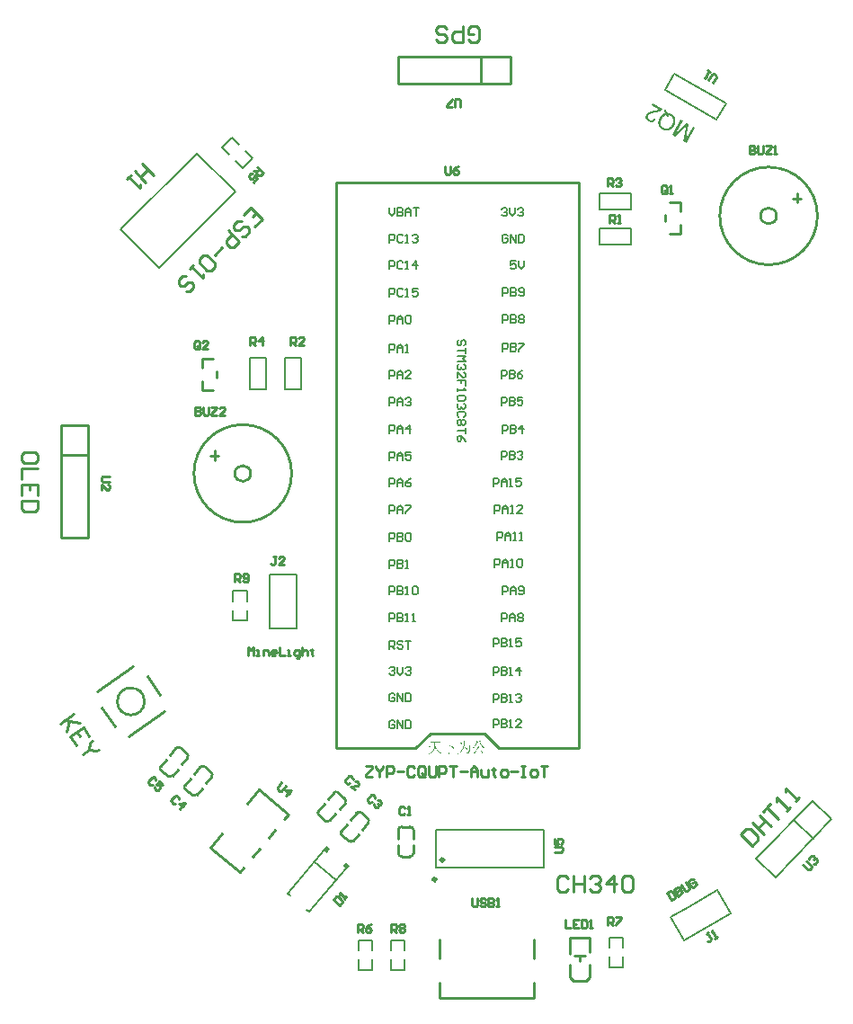
<source format=gto>
G04*
G04 #@! TF.GenerationSoftware,Altium Limited,Altium Designer,24.6.1 (21)*
G04*
G04 Layer_Color=65535*
%FSLAX25Y25*%
%MOIN*%
G70*
G04*
G04 #@! TF.SameCoordinates,C93C9CB5-FBF7-4B20-BE99-6934CCFB3FDC*
G04*
G04*
G04 #@! TF.FilePolarity,Positive*
G04*
G01*
G75*
%ADD10C,0.01181*%
%ADD11C,0.01000*%
%ADD12C,0.00600*%
%ADD13C,0.00800*%
%ADD14C,0.00799*%
%ADD15C,0.00787*%
%ADD16C,0.00500*%
G36*
X-62700Y-127939D02*
X-61260Y-129148D01*
X-60103Y-127769D01*
X-61543Y-126560D01*
X-62700Y-127939D01*
D01*
D02*
G37*
G36*
X-54014Y-135227D02*
X-55454Y-134019D01*
X-54298Y-132640D01*
X-52857Y-133848D01*
X-54014Y-135227D01*
D01*
D02*
G37*
G36*
X-12017Y-87888D02*
X-12006Y-87895D01*
X-11995Y-87902D01*
X-11958Y-87925D01*
X-11909Y-87955D01*
X-11852Y-87993D01*
X-11789Y-88034D01*
X-11721Y-88079D01*
X-11654Y-88131D01*
X-11511Y-88236D01*
X-11447Y-88289D01*
X-11388Y-88341D01*
X-11335Y-88394D01*
X-11294Y-88439D01*
X-11264Y-88484D01*
X-11256Y-88506D01*
X-11249Y-88525D01*
Y-88529D01*
Y-88533D01*
X-11245Y-88544D01*
Y-88559D01*
X-11241Y-88592D01*
X-11237Y-88638D01*
X-11241Y-88686D01*
X-11249Y-88735D01*
X-11264Y-88784D01*
X-11290Y-88829D01*
X-11294Y-88832D01*
X-11305Y-88844D01*
X-11320Y-88863D01*
X-11335Y-88881D01*
X-11357Y-88900D01*
X-11380Y-88919D01*
X-11399Y-88930D01*
X-11417Y-88934D01*
X-11421D01*
X-11433Y-88930D01*
X-11447Y-88923D01*
X-11466Y-88907D01*
X-11489Y-88881D01*
X-11515Y-88844D01*
X-11526Y-88821D01*
X-11537Y-88791D01*
X-11552Y-88761D01*
X-11564Y-88724D01*
Y-88720D01*
X-11571Y-88709D01*
X-11579Y-88690D01*
X-11590Y-88668D01*
X-11605Y-88638D01*
X-11624Y-88600D01*
X-11646Y-88559D01*
X-11676Y-88510D01*
X-11710Y-88454D01*
X-11748Y-88398D01*
X-11789Y-88330D01*
X-11838Y-88262D01*
X-11890Y-88191D01*
X-11950Y-88112D01*
X-12017Y-88034D01*
X-12089Y-87947D01*
X-12025Y-87884D01*
X-12021D01*
X-12017Y-87888D01*
D02*
G37*
G36*
X-4304Y-87783D02*
X-4495Y-87906D01*
X-4491Y-87914D01*
X-4487Y-87936D01*
X-4473Y-87970D01*
X-4457Y-88019D01*
X-4435Y-88075D01*
X-4409Y-88146D01*
X-4379Y-88225D01*
X-4341Y-88311D01*
X-4296Y-88405D01*
X-4251Y-88503D01*
X-4195Y-88608D01*
X-4135Y-88716D01*
X-4071Y-88829D01*
X-3996Y-88945D01*
X-3921Y-89061D01*
X-3835Y-89178D01*
X-3831Y-89185D01*
X-3813Y-89204D01*
X-3786Y-89237D01*
X-3749Y-89279D01*
X-3704Y-89328D01*
X-3647Y-89384D01*
X-3584Y-89447D01*
X-3509Y-89515D01*
X-3426Y-89586D01*
X-3336Y-89657D01*
X-3239Y-89729D01*
X-3134Y-89796D01*
X-3021Y-89860D01*
X-2901Y-89924D01*
X-2778Y-89976D01*
X-2646Y-90025D01*
Y-90089D01*
X-2680D01*
X-2702Y-90092D01*
X-2729Y-90096D01*
X-2763Y-90104D01*
X-2834Y-90119D01*
X-2912Y-90149D01*
X-2954Y-90171D01*
X-2991Y-90194D01*
X-3032Y-90224D01*
X-3066Y-90258D01*
X-3100Y-90295D01*
X-3130Y-90340D01*
X-3137Y-90336D01*
X-3156Y-90317D01*
X-3186Y-90291D01*
X-3227Y-90258D01*
X-3280Y-90213D01*
X-3340Y-90160D01*
X-3404Y-90096D01*
X-3479Y-90025D01*
X-3557Y-89946D01*
X-3636Y-89860D01*
X-3723Y-89766D01*
X-3809Y-89669D01*
X-3895Y-89560D01*
X-3981Y-89447D01*
X-4067Y-89331D01*
X-4150Y-89208D01*
Y-89204D01*
X-4154Y-89200D01*
X-4161Y-89189D01*
X-4169Y-89178D01*
X-4191Y-89140D01*
X-4217Y-89087D01*
X-4255Y-89024D01*
X-4293Y-88949D01*
X-4338Y-88859D01*
X-4383Y-88757D01*
X-4431Y-88649D01*
X-4476Y-88529D01*
X-4525Y-88398D01*
X-4574Y-88259D01*
X-4615Y-88112D01*
X-4656Y-87959D01*
X-4694Y-87797D01*
X-4724Y-87633D01*
X-4304Y-87783D01*
D02*
G37*
G36*
X-5226Y-88098D02*
X-5459Y-88221D01*
X-5463Y-88225D01*
X-5466Y-88236D01*
X-5477Y-88259D01*
X-5489Y-88285D01*
X-5508Y-88319D01*
X-5530Y-88360D01*
X-5556Y-88409D01*
X-5582Y-88461D01*
X-5616Y-88521D01*
X-5654Y-88585D01*
X-5695Y-88652D01*
X-5736Y-88724D01*
X-5785Y-88802D01*
X-5834Y-88881D01*
X-5943Y-89046D01*
X-6066Y-89223D01*
X-6205Y-89406D01*
X-6351Y-89586D01*
X-6513Y-89770D01*
X-6685Y-89946D01*
X-6865Y-90119D01*
X-7060Y-90276D01*
X-7161Y-90351D01*
X-7262Y-90422D01*
X-7326Y-90363D01*
X-7322Y-90359D01*
X-7319Y-90355D01*
X-7307Y-90344D01*
X-7293Y-90329D01*
X-7251Y-90291D01*
X-7199Y-90235D01*
X-7135Y-90171D01*
X-7060Y-90092D01*
X-6978Y-90006D01*
X-6891Y-89909D01*
X-6797Y-89800D01*
X-6700Y-89688D01*
X-6606Y-89571D01*
X-6509Y-89447D01*
X-6415Y-89320D01*
X-6325Y-89189D01*
X-6239Y-89057D01*
X-6164Y-88926D01*
Y-88923D01*
X-6160Y-88919D01*
X-6152Y-88907D01*
X-6145Y-88896D01*
X-6126Y-88859D01*
X-6100Y-88810D01*
X-6070Y-88750D01*
X-6036Y-88679D01*
X-5999Y-88604D01*
X-5961Y-88517D01*
X-5920Y-88431D01*
X-5883Y-88337D01*
X-5807Y-88146D01*
X-5774Y-88052D01*
X-5748Y-87959D01*
X-5725Y-87869D01*
X-5710Y-87783D01*
X-5226Y-88098D01*
D02*
G37*
G36*
X-13431Y-88259D02*
X-15715D01*
Y-89354D01*
X-15711D01*
X-15700Y-89358D01*
X-15685Y-89361D01*
X-15659Y-89369D01*
X-15632Y-89380D01*
X-15599Y-89391D01*
X-15558Y-89403D01*
X-15516Y-89417D01*
X-15468Y-89433D01*
X-15419Y-89447D01*
X-15306Y-89485D01*
X-15186Y-89526D01*
X-15063Y-89568D01*
X-14935Y-89616D01*
X-14807Y-89665D01*
X-14684Y-89714D01*
X-14571Y-89763D01*
X-14466Y-89811D01*
X-14421Y-89837D01*
X-14380Y-89860D01*
X-14343Y-89882D01*
X-14309Y-89905D01*
X-14283Y-89928D01*
X-14260Y-89950D01*
X-14256Y-89954D01*
X-14253Y-89961D01*
X-14241Y-89973D01*
X-14230Y-89987D01*
X-14196Y-90029D01*
X-14159Y-90081D01*
X-14121Y-90141D01*
X-14087Y-90209D01*
X-14065Y-90276D01*
X-14061Y-90306D01*
X-14058Y-90340D01*
Y-90344D01*
Y-90351D01*
X-14061Y-90366D01*
X-14065Y-90385D01*
X-14069Y-90408D01*
X-14080Y-90441D01*
X-14091Y-90475D01*
X-14110Y-90516D01*
X-14114Y-90520D01*
X-14118Y-90535D01*
X-14129Y-90554D01*
X-14140Y-90573D01*
X-14155Y-90595D01*
X-14174Y-90614D01*
X-14189Y-90629D01*
X-14208Y-90632D01*
X-14211D01*
X-14222Y-90629D01*
X-14245Y-90618D01*
X-14275Y-90599D01*
X-14294Y-90584D01*
X-14316Y-90565D01*
X-14339Y-90543D01*
X-14365Y-90516D01*
X-14395Y-90486D01*
X-14429Y-90449D01*
X-14462Y-90408D01*
X-14500Y-90359D01*
X-14504Y-90355D01*
X-14515Y-90340D01*
X-14534Y-90317D01*
X-14560Y-90288D01*
X-14597Y-90250D01*
X-14642Y-90205D01*
X-14695Y-90156D01*
X-14762Y-90096D01*
X-14838Y-90033D01*
X-14924Y-89965D01*
X-15025Y-89890D01*
X-15137Y-89811D01*
X-15261Y-89729D01*
X-15396Y-89643D01*
X-15550Y-89552D01*
X-15715Y-89459D01*
Y-91596D01*
Y-91600D01*
Y-91615D01*
Y-91637D01*
Y-91667D01*
Y-91705D01*
Y-91750D01*
Y-91799D01*
X-15711Y-91851D01*
Y-91967D01*
X-15708Y-92091D01*
X-15704Y-92211D01*
X-15696Y-92327D01*
X-16052Y-92478D01*
Y-92474D01*
Y-92470D01*
Y-92459D01*
Y-92444D01*
X-16049Y-92402D01*
Y-92350D01*
Y-92290D01*
X-16045Y-92215D01*
Y-92136D01*
X-16041Y-92054D01*
X-16037Y-91874D01*
X-16034Y-91787D01*
Y-91698D01*
Y-91615D01*
X-16030Y-91540D01*
Y-91469D01*
Y-91409D01*
Y-88259D01*
X-17444D01*
X-17470Y-88262D01*
X-17537Y-88266D01*
X-17616Y-88274D01*
X-17699Y-88285D01*
X-17789Y-88300D01*
X-17875Y-88323D01*
X-18066Y-88135D01*
X-14185D01*
X-13870Y-87820D01*
X-13431Y-88259D01*
D02*
G37*
G36*
X-10251Y-89965D02*
X-10240Y-89973D01*
X-10221Y-89980D01*
X-10199Y-89991D01*
X-10172Y-90003D01*
X-10109Y-90033D01*
X-10037Y-90070D01*
X-9951Y-90111D01*
X-9861Y-90153D01*
X-9768Y-90201D01*
X-9674Y-90250D01*
X-9576Y-90302D01*
X-9486Y-90351D01*
X-9404Y-90400D01*
X-9332Y-90449D01*
X-9269Y-90490D01*
X-9243Y-90509D01*
X-9224Y-90527D01*
X-9205Y-90546D01*
X-9194Y-90561D01*
X-9190Y-90569D01*
X-9179Y-90588D01*
X-9160Y-90618D01*
X-9141Y-90655D01*
X-9122Y-90700D01*
X-9104Y-90745D01*
X-9093Y-90794D01*
X-9089Y-90842D01*
Y-90846D01*
Y-90861D01*
X-9093Y-90880D01*
Y-90906D01*
X-9100Y-90940D01*
X-9108Y-90974D01*
X-9115Y-91015D01*
X-9130Y-91053D01*
Y-91056D01*
X-9138Y-91067D01*
X-9145Y-91086D01*
X-9156Y-91105D01*
X-9167Y-91124D01*
X-9183Y-91142D01*
X-9198Y-91154D01*
X-9212Y-91158D01*
X-9216D01*
X-9224Y-91154D01*
X-9239Y-91146D01*
X-9261Y-91128D01*
X-9291Y-91101D01*
X-9310Y-91083D01*
X-9329Y-91060D01*
X-9347Y-91034D01*
X-9370Y-91004D01*
X-9396Y-90970D01*
X-9422Y-90929D01*
X-9426Y-90925D01*
X-9434Y-90914D01*
X-9445Y-90895D01*
X-9467Y-90869D01*
X-9490Y-90835D01*
X-9524Y-90794D01*
X-9565Y-90745D01*
X-9610Y-90693D01*
X-9666Y-90632D01*
X-9730Y-90565D01*
X-9801Y-90494D01*
X-9884Y-90415D01*
X-9974Y-90329D01*
X-10071Y-90242D01*
X-10184Y-90149D01*
X-10304Y-90048D01*
X-10262Y-89961D01*
X-10259D01*
X-10251Y-89965D01*
D02*
G37*
G36*
X-9947Y-87843D02*
X-10158Y-87989D01*
Y-87996D01*
X-10161Y-88015D01*
X-10165Y-88049D01*
X-10169Y-88094D01*
X-10176Y-88150D01*
X-10184Y-88214D01*
X-10191Y-88289D01*
X-10199Y-88371D01*
X-10210Y-88461D01*
X-10221Y-88555D01*
X-10232Y-88656D01*
X-10248Y-88761D01*
X-10274Y-88979D01*
X-10304Y-89208D01*
X-8523D01*
X-8354Y-88934D01*
X-7975Y-89230D01*
X-8166Y-89395D01*
Y-89399D01*
Y-89417D01*
X-8170Y-89444D01*
X-8174Y-89477D01*
X-8178Y-89519D01*
X-8181Y-89571D01*
X-8185Y-89631D01*
X-8189Y-89695D01*
X-8196Y-89766D01*
X-8204Y-89845D01*
X-8207Y-89928D01*
X-8215Y-90014D01*
X-8234Y-90194D01*
X-8249Y-90385D01*
X-8268Y-90580D01*
X-8286Y-90775D01*
X-8301Y-90966D01*
X-8313Y-91056D01*
X-8320Y-91142D01*
X-8331Y-91225D01*
X-8339Y-91304D01*
X-8346Y-91379D01*
X-8358Y-91446D01*
X-8365Y-91510D01*
X-8372Y-91562D01*
X-8380Y-91611D01*
X-8388Y-91649D01*
Y-91653D01*
X-8391Y-91664D01*
X-8395Y-91682D01*
X-8403Y-91709D01*
X-8410Y-91739D01*
X-8421Y-91773D01*
X-8433Y-91814D01*
X-8448Y-91855D01*
X-8489Y-91941D01*
X-8538Y-92035D01*
X-8597Y-92121D01*
X-8631Y-92163D01*
X-8669Y-92200D01*
X-8672Y-92204D01*
X-8680Y-92207D01*
X-8691Y-92219D01*
X-8706Y-92230D01*
X-8729Y-92245D01*
X-8751Y-92264D01*
X-8781Y-92286D01*
X-8811Y-92305D01*
X-8890Y-92350D01*
X-8980Y-92399D01*
X-9081Y-92440D01*
X-9194Y-92478D01*
Y-92474D01*
X-9201Y-92462D01*
X-9209Y-92444D01*
X-9224Y-92418D01*
X-9246Y-92391D01*
X-9273Y-92357D01*
X-9306Y-92320D01*
X-9347Y-92279D01*
X-9396Y-92238D01*
X-9456Y-92196D01*
X-9527Y-92155D01*
X-9606Y-92114D01*
X-9700Y-92072D01*
X-9805Y-92039D01*
X-9921Y-92005D01*
X-10052Y-91975D01*
Y-91870D01*
X-10045D01*
X-10023Y-91874D01*
X-9985Y-91881D01*
X-9936Y-91885D01*
X-9880Y-91892D01*
X-9816Y-91904D01*
X-9745Y-91911D01*
X-9666Y-91922D01*
X-9509Y-91941D01*
X-9430Y-91949D01*
X-9355Y-91956D01*
X-9284Y-91960D01*
X-9216Y-91964D01*
X-9160Y-91967D01*
X-9100D01*
X-9089Y-91964D01*
X-9074D01*
X-9032Y-91953D01*
X-8980Y-91934D01*
X-8928Y-91908D01*
X-8871Y-91870D01*
X-8845Y-91844D01*
X-8819Y-91817D01*
X-8796Y-91784D01*
X-8774Y-91746D01*
Y-91742D01*
X-8770Y-91731D01*
X-8762Y-91712D01*
X-8759Y-91698D01*
X-8755Y-91679D01*
X-8748Y-91656D01*
X-8744Y-91630D01*
X-8736Y-91600D01*
X-8729Y-91562D01*
X-8721Y-91521D01*
X-8714Y-91476D01*
X-8706Y-91424D01*
X-8699Y-91364D01*
X-8687Y-91300D01*
X-8676Y-91229D01*
X-8665Y-91150D01*
X-8654Y-91064D01*
X-8642Y-90970D01*
X-8631Y-90869D01*
X-8616Y-90756D01*
X-8605Y-90640D01*
X-8590Y-90509D01*
X-8575Y-90374D01*
X-8560Y-90224D01*
X-8545Y-90066D01*
X-8530Y-89901D01*
X-8511Y-89721D01*
X-8496Y-89534D01*
X-8478Y-89331D01*
X-10326D01*
Y-89335D01*
X-10330Y-89346D01*
X-10334Y-89365D01*
X-10338Y-89391D01*
X-10345Y-89421D01*
X-10356Y-89459D01*
X-10368Y-89500D01*
X-10379Y-89549D01*
X-10394Y-89605D01*
X-10409Y-89661D01*
X-10428Y-89725D01*
X-10450Y-89789D01*
X-10495Y-89931D01*
X-10551Y-90089D01*
X-10615Y-90250D01*
X-10686Y-90419D01*
X-10765Y-90591D01*
X-10855Y-90768D01*
X-10956Y-90936D01*
X-11065Y-91101D01*
X-11185Y-91263D01*
X-11312Y-91409D01*
X-11316Y-91413D01*
X-11320Y-91416D01*
X-11331Y-91427D01*
X-11346Y-91443D01*
X-11384Y-91480D01*
X-11436Y-91532D01*
X-11500Y-91593D01*
X-11575Y-91664D01*
X-11665Y-91742D01*
X-11759Y-91825D01*
X-11868Y-91911D01*
X-11980Y-92001D01*
X-12100Y-92091D01*
X-12224Y-92177D01*
X-12355Y-92260D01*
X-12486Y-92343D01*
X-12621Y-92414D01*
X-12760Y-92478D01*
X-12801Y-92414D01*
X-12798D01*
X-12794Y-92406D01*
X-12783Y-92399D01*
X-12767Y-92391D01*
X-12749Y-92376D01*
X-12726Y-92361D01*
X-12670Y-92324D01*
X-12603Y-92275D01*
X-12524Y-92215D01*
X-12438Y-92144D01*
X-12340Y-92065D01*
X-12235Y-91975D01*
X-12126Y-91878D01*
X-12014Y-91773D01*
X-11897Y-91660D01*
X-11781Y-91536D01*
X-11665Y-91409D01*
X-11552Y-91270D01*
X-11440Y-91128D01*
Y-91124D01*
X-11433Y-91120D01*
X-11425Y-91109D01*
X-11414Y-91090D01*
X-11399Y-91071D01*
X-11384Y-91049D01*
X-11365Y-91019D01*
X-11346Y-90989D01*
X-11324Y-90951D01*
X-11298Y-90914D01*
X-11245Y-90824D01*
X-11185Y-90723D01*
X-11121Y-90606D01*
X-11057Y-90482D01*
X-10990Y-90344D01*
X-10926Y-90194D01*
X-10863Y-90036D01*
X-10802Y-89871D01*
X-10750Y-89699D01*
X-10701Y-89519D01*
X-10660Y-89331D01*
X-11969D01*
X-11995Y-89335D01*
X-12062Y-89339D01*
X-12141Y-89346D01*
X-12224Y-89358D01*
X-12314Y-89372D01*
X-12400Y-89395D01*
X-12591Y-89208D01*
X-10641D01*
Y-89204D01*
Y-89200D01*
X-10638Y-89189D01*
Y-89174D01*
X-10634Y-89155D01*
X-10630Y-89132D01*
X-10622Y-89080D01*
X-10611Y-89009D01*
X-10600Y-88926D01*
X-10589Y-88832D01*
X-10577Y-88727D01*
X-10566Y-88611D01*
X-10555Y-88484D01*
X-10544Y-88349D01*
X-10532Y-88206D01*
X-10525Y-88056D01*
X-10518Y-87899D01*
X-10514Y-87738D01*
Y-87569D01*
X-9947Y-87843D01*
D02*
G37*
G36*
X-19263Y-88199D02*
X-21066D01*
Y-88206D01*
Y-88225D01*
X-21070Y-88259D01*
Y-88300D01*
X-21074Y-88356D01*
Y-88424D01*
X-21078Y-88503D01*
X-21085Y-88592D01*
X-21089Y-88694D01*
X-21096Y-88802D01*
X-21100Y-88923D01*
X-21107Y-89050D01*
X-21119Y-89189D01*
X-21126Y-89335D01*
X-21137Y-89489D01*
X-21149Y-89650D01*
X-19701D01*
X-19345Y-89294D01*
X-18861Y-89774D01*
X-20875D01*
Y-89777D01*
X-20871Y-89785D01*
X-20864Y-89800D01*
X-20860Y-89823D01*
X-20849Y-89849D01*
X-20838Y-89879D01*
X-20826Y-89912D01*
X-20811Y-89954D01*
X-20793Y-89995D01*
X-20774Y-90044D01*
X-20732Y-90145D01*
X-20680Y-90261D01*
X-20624Y-90381D01*
X-20560Y-90513D01*
X-20489Y-90644D01*
X-20410Y-90775D01*
X-20327Y-90906D01*
X-20237Y-91037D01*
X-20144Y-91158D01*
X-20039Y-91270D01*
X-19934Y-91371D01*
X-19926Y-91375D01*
X-19907Y-91394D01*
X-19874Y-91420D01*
X-19832Y-91450D01*
X-19776Y-91491D01*
X-19713Y-91536D01*
X-19641Y-91585D01*
X-19559Y-91637D01*
X-19469Y-91690D01*
X-19371Y-91742D01*
X-19270Y-91795D01*
X-19165Y-91847D01*
X-19052Y-91892D01*
X-18936Y-91934D01*
X-18816Y-91967D01*
X-18696Y-91994D01*
Y-92080D01*
X-18711D01*
X-18730Y-92084D01*
X-18753Y-92088D01*
X-18782Y-92091D01*
X-18816Y-92099D01*
X-18891Y-92125D01*
X-18929Y-92140D01*
X-18970Y-92159D01*
X-19011Y-92185D01*
X-19049Y-92211D01*
X-19086Y-92245D01*
X-19120Y-92282D01*
X-19150Y-92324D01*
X-19176Y-92373D01*
X-19180D01*
X-19187Y-92365D01*
X-19199Y-92361D01*
X-19214Y-92350D01*
X-19232Y-92339D01*
X-19259Y-92324D01*
X-19319Y-92286D01*
X-19390Y-92238D01*
X-19473Y-92181D01*
X-19563Y-92114D01*
X-19660Y-92035D01*
X-19765Y-91949D01*
X-19870Y-91855D01*
X-19979Y-91754D01*
X-20087Y-91641D01*
X-20189Y-91521D01*
X-20290Y-91394D01*
X-20384Y-91263D01*
X-20470Y-91120D01*
Y-91116D01*
X-20474Y-91113D01*
X-20481Y-91101D01*
X-20489Y-91086D01*
X-20500Y-91067D01*
X-20511Y-91045D01*
X-20538Y-90989D01*
X-20571Y-90921D01*
X-20609Y-90842D01*
X-20650Y-90756D01*
X-20695Y-90659D01*
X-20740Y-90557D01*
X-20781Y-90449D01*
X-20826Y-90340D01*
X-20864Y-90224D01*
X-20901Y-90111D01*
X-20935Y-89995D01*
X-20961Y-89882D01*
X-20980Y-89774D01*
X-21171D01*
Y-89777D01*
X-21175Y-89785D01*
Y-89800D01*
X-21179Y-89823D01*
X-21186Y-89849D01*
X-21194Y-89879D01*
X-21201Y-89912D01*
X-21209Y-89954D01*
X-21220Y-89999D01*
X-21235Y-90048D01*
X-21261Y-90153D01*
X-21299Y-90272D01*
X-21344Y-90400D01*
X-21393Y-90535D01*
X-21449Y-90677D01*
X-21516Y-90824D01*
X-21591Y-90966D01*
X-21674Y-91113D01*
X-21764Y-91251D01*
X-21865Y-91386D01*
X-21978Y-91514D01*
X-21985Y-91521D01*
X-22007Y-91544D01*
X-22041Y-91578D01*
X-22086Y-91619D01*
X-22146Y-91675D01*
X-22218Y-91735D01*
X-22300Y-91806D01*
X-22394Y-91881D01*
X-22499Y-91960D01*
X-22611Y-92039D01*
X-22731Y-92121D01*
X-22862Y-92204D01*
X-23001Y-92282D01*
X-23144Y-92361D01*
X-23298Y-92432D01*
X-23455Y-92500D01*
X-23500Y-92436D01*
X-23496D01*
X-23489Y-92432D01*
X-23478Y-92425D01*
X-23462Y-92414D01*
X-23440Y-92402D01*
X-23417Y-92387D01*
X-23358Y-92354D01*
X-23286Y-92309D01*
X-23200Y-92256D01*
X-23106Y-92196D01*
X-23009Y-92125D01*
X-22900Y-92050D01*
X-22791Y-91964D01*
X-22679Y-91874D01*
X-22566Y-91776D01*
X-22454Y-91675D01*
X-22345Y-91566D01*
X-22244Y-91454D01*
X-22146Y-91338D01*
X-22139Y-91330D01*
X-22124Y-91307D01*
X-22097Y-91274D01*
X-22068Y-91225D01*
X-22026Y-91161D01*
X-21981Y-91086D01*
X-21933Y-91000D01*
X-21876Y-90903D01*
X-21824Y-90794D01*
X-21768Y-90674D01*
X-21711Y-90546D01*
X-21659Y-90408D01*
X-21610Y-90261D01*
X-21561Y-90108D01*
X-21520Y-89943D01*
X-21486Y-89774D01*
X-22855D01*
X-22881Y-89777D01*
X-22949Y-89781D01*
X-23028Y-89789D01*
X-23114Y-89800D01*
X-23200Y-89815D01*
X-23290Y-89837D01*
X-23478Y-89650D01*
X-21464D01*
Y-89646D01*
Y-89639D01*
Y-89624D01*
X-21460Y-89609D01*
Y-89586D01*
X-21456Y-89556D01*
Y-89526D01*
X-21452Y-89492D01*
X-21449Y-89410D01*
X-21445Y-89320D01*
X-21438Y-89215D01*
X-21430Y-89106D01*
X-21426Y-88990D01*
X-21419Y-88870D01*
X-21411Y-88630D01*
X-21407Y-88514D01*
X-21404Y-88401D01*
X-21400Y-88296D01*
Y-88199D01*
X-22375D01*
X-22401Y-88203D01*
X-22469Y-88206D01*
X-22544Y-88214D01*
X-22630Y-88225D01*
X-22716Y-88240D01*
X-22806Y-88262D01*
X-22994Y-88075D01*
X-20016D01*
X-19701Y-87760D01*
X-19263Y-88199D01*
D02*
G37*
G36*
X-4660Y-89837D02*
X-4893Y-89943D01*
X-4896Y-89946D01*
X-4900Y-89957D01*
X-4911Y-89973D01*
X-4926Y-89995D01*
X-4945Y-90021D01*
X-4967Y-90055D01*
X-4994Y-90092D01*
X-5024Y-90137D01*
X-5057Y-90186D01*
X-5095Y-90235D01*
X-5133Y-90291D01*
X-5174Y-90351D01*
X-5268Y-90479D01*
X-5369Y-90618D01*
X-5481Y-90764D01*
X-5598Y-90917D01*
X-5721Y-91075D01*
X-5849Y-91233D01*
X-5980Y-91390D01*
X-6111Y-91544D01*
X-6246Y-91690D01*
X-6381Y-91829D01*
X-3906Y-91787D01*
X-3910Y-91784D01*
X-3918Y-91769D01*
X-3929Y-91746D01*
X-3948Y-91712D01*
X-3974Y-91675D01*
X-4004Y-91626D01*
X-4038Y-91570D01*
X-4079Y-91510D01*
X-4124Y-91443D01*
X-4172Y-91368D01*
X-4229Y-91289D01*
X-4289Y-91202D01*
X-4352Y-91116D01*
X-4424Y-91022D01*
X-4499Y-90925D01*
X-4578Y-90824D01*
X-4514Y-90760D01*
X-4510D01*
X-4506Y-90768D01*
X-4495Y-90775D01*
X-4480Y-90786D01*
X-4442Y-90820D01*
X-4390Y-90861D01*
X-4330Y-90914D01*
X-4259Y-90974D01*
X-4184Y-91037D01*
X-4105Y-91109D01*
X-3940Y-91259D01*
X-3861Y-91334D01*
X-3782Y-91409D01*
X-3715Y-91480D01*
X-3651Y-91548D01*
X-3602Y-91607D01*
X-3561Y-91664D01*
X-3557Y-91667D01*
X-3554Y-91675D01*
X-3546Y-91690D01*
X-3531Y-91709D01*
X-3520Y-91731D01*
X-3505Y-91758D01*
X-3471Y-91817D01*
X-3438Y-91881D01*
X-3407Y-91953D01*
X-3389Y-92016D01*
X-3385Y-92046D01*
X-3381Y-92076D01*
Y-92080D01*
Y-92099D01*
X-3385Y-92121D01*
X-3393Y-92155D01*
X-3404Y-92193D01*
X-3422Y-92234D01*
X-3445Y-92275D01*
X-3479Y-92320D01*
X-3483Y-92324D01*
X-3494Y-92339D01*
X-3509Y-92357D01*
X-3531Y-92376D01*
X-3554Y-92399D01*
X-3576Y-92418D01*
X-3595Y-92432D01*
X-3614Y-92436D01*
X-3621Y-92432D01*
X-3629Y-92429D01*
X-3644Y-92418D01*
X-3659Y-92399D01*
X-3674Y-92373D01*
X-3696Y-92335D01*
X-3719Y-92286D01*
Y-92282D01*
X-3723Y-92275D01*
X-3726Y-92264D01*
X-3734Y-92245D01*
X-3741Y-92222D01*
X-3749Y-92200D01*
X-3768Y-92144D01*
X-3790Y-92080D01*
X-3816Y-92013D01*
X-3839Y-91949D01*
X-3865Y-91892D01*
X-3887D01*
X-3914Y-91896D01*
X-3951Y-91900D01*
X-3996Y-91904D01*
X-4053Y-91908D01*
X-4116Y-91911D01*
X-4184Y-91915D01*
X-4259Y-91922D01*
X-4341Y-91926D01*
X-4428Y-91934D01*
X-4518Y-91941D01*
X-4709Y-91956D01*
X-4907Y-91971D01*
X-5110Y-91990D01*
X-5309Y-92005D01*
X-5500Y-92024D01*
X-5594Y-92031D01*
X-5680Y-92039D01*
X-5762Y-92046D01*
X-5841Y-92058D01*
X-5912Y-92065D01*
X-5976Y-92072D01*
X-6033Y-92080D01*
X-6081Y-92088D01*
X-6123Y-92091D01*
X-6152Y-92099D01*
X-6156D01*
X-6164Y-92102D01*
X-6179Y-92106D01*
X-6197Y-92110D01*
X-6220Y-92118D01*
X-6246Y-92125D01*
X-6306Y-92144D01*
X-6374Y-92166D01*
X-6441Y-92196D01*
X-6509Y-92230D01*
X-6569Y-92268D01*
X-6801Y-91829D01*
X-6794D01*
X-6771Y-91825D01*
X-6734Y-91814D01*
X-6685Y-91795D01*
X-6655Y-91780D01*
X-6625Y-91761D01*
X-6591Y-91742D01*
X-6554Y-91716D01*
X-6513Y-91682D01*
X-6471Y-91649D01*
X-6426Y-91607D01*
X-6381Y-91559D01*
X-6378Y-91555D01*
X-6370Y-91544D01*
X-6355Y-91529D01*
X-6336Y-91506D01*
X-6310Y-91476D01*
X-6280Y-91439D01*
X-6242Y-91394D01*
X-6201Y-91341D01*
X-6156Y-91281D01*
X-6104Y-91214D01*
X-6047Y-91139D01*
X-5988Y-91053D01*
X-5924Y-90962D01*
X-5852Y-90861D01*
X-5781Y-90753D01*
X-5703Y-90636D01*
Y-90632D01*
X-5699Y-90629D01*
X-5684Y-90606D01*
X-5661Y-90573D01*
X-5631Y-90527D01*
X-5598Y-90471D01*
X-5556Y-90404D01*
X-5515Y-90329D01*
X-5466Y-90246D01*
X-5421Y-90160D01*
X-5373Y-90066D01*
X-5275Y-89875D01*
X-5230Y-89774D01*
X-5189Y-89676D01*
X-5151Y-89579D01*
X-5121Y-89481D01*
X-4660Y-89837D01*
D02*
G37*
G36*
X63107Y146585D02*
X63104Y146580D01*
X63101Y146574D01*
X63082Y146542D01*
X63057Y146498D01*
X63014Y146436D01*
X62963Y146372D01*
X62905Y146297D01*
X62836Y146229D01*
X62760Y146158D01*
X62756Y146152D01*
X62745Y146145D01*
X62721Y146129D01*
X62695Y146108D01*
X62660Y146085D01*
X62622Y146057D01*
X62517Y145987D01*
X62386Y145911D01*
X62239Y145831D01*
X62072Y145754D01*
X61885Y145681D01*
X61877Y145679D01*
X61860Y145674D01*
X61831Y145662D01*
X61788Y145650D01*
X61737Y145637D01*
X61674Y145615D01*
X61603Y145591D01*
X61517Y145569D01*
X61427Y145549D01*
X61324Y145521D01*
X61208Y145495D01*
X61088Y145463D01*
X60958Y145437D01*
X60819Y145409D01*
X60666Y145382D01*
X60513Y145354D01*
X60496Y145350D01*
X60457Y145344D01*
X60386Y145334D01*
X60295Y145314D01*
X60185Y145299D01*
X60060Y145270D01*
X59921Y145242D01*
X59774Y145211D01*
X59459Y145141D01*
X59146Y145061D01*
X58998Y145017D01*
X58855Y144970D01*
X58724Y144930D01*
X58609Y144881D01*
X58600Y144878D01*
X58580Y144869D01*
X58551Y144856D01*
X58516Y144833D01*
X58467Y144811D01*
X58415Y144783D01*
X58357Y144745D01*
X58293Y144709D01*
X58162Y144619D01*
X58030Y144515D01*
X57969Y144449D01*
X57913Y144388D01*
X57858Y144318D01*
X57812Y144251D01*
X57809Y144246D01*
X57803Y144235D01*
X57790Y144213D01*
X57777Y144177D01*
X57763Y144142D01*
X57747Y144101D01*
X57712Y143991D01*
X57682Y143864D01*
X57671Y143719D01*
X57672Y143646D01*
X57676Y143565D01*
X57688Y143486D01*
X57711Y143400D01*
X57713Y143392D01*
X57715Y143383D01*
X57727Y143354D01*
X57740Y143326D01*
X57754Y143288D01*
X57780Y143245D01*
X57802Y143196D01*
X57835Y143141D01*
X57868Y143086D01*
X57912Y143024D01*
X58017Y142906D01*
X58144Y142789D01*
X58222Y142737D01*
X58306Y142681D01*
X58355Y142653D01*
X58390Y142640D01*
X58437Y142620D01*
X58488Y142597D01*
X58549Y142577D01*
X58609Y142557D01*
X58758Y142514D01*
X58919Y142493D01*
X59003Y142488D01*
X59093Y142494D01*
X59177Y142503D01*
X59268Y142523D01*
X59276Y142525D01*
X59285Y142527D01*
X59314Y142540D01*
X59342Y142552D01*
X59380Y142566D01*
X59429Y142589D01*
X59481Y142616D01*
X59536Y142649D01*
X59594Y142688D01*
X59656Y142732D01*
X59718Y142790D01*
X59786Y142844D01*
X59846Y142911D01*
X59912Y142988D01*
X59967Y143072D01*
X60029Y143166D01*
X60687Y142692D01*
X60680Y142682D01*
X60662Y142663D01*
X60632Y142623D01*
X60595Y142572D01*
X60542Y142516D01*
X60482Y142450D01*
X60413Y142381D01*
X60338Y142302D01*
X60253Y142228D01*
X60159Y142153D01*
X60059Y142080D01*
X59951Y142006D01*
X59835Y141943D01*
X59717Y141888D01*
X59591Y141845D01*
X59463Y141811D01*
X59455Y141809D01*
X59432Y141807D01*
X59393Y141801D01*
X59339Y141796D01*
X59272Y141792D01*
X59199Y141790D01*
X59107Y141793D01*
X59009Y141799D01*
X58900Y141811D01*
X58786Y141826D01*
X58665Y141853D01*
X58533Y141886D01*
X58398Y141928D01*
X58255Y141981D01*
X58114Y142049D01*
X57965Y142128D01*
X57927Y142150D01*
X57892Y142177D01*
X57832Y142211D01*
X57771Y142254D01*
X57701Y142309D01*
X57624Y142375D01*
X57536Y142447D01*
X57454Y142531D01*
X57367Y142617D01*
X57280Y142718D01*
X57203Y142820D01*
X57122Y142931D01*
X57059Y143047D01*
X57003Y143174D01*
X56954Y143303D01*
X56952Y143311D01*
X56945Y143337D01*
X56936Y143371D01*
X56931Y143425D01*
X56918Y143490D01*
X56908Y143560D01*
X56899Y143645D01*
X56897Y143740D01*
X56897Y143841D01*
X56904Y143953D01*
X56916Y144061D01*
X56934Y144181D01*
X56967Y144299D01*
X57010Y144425D01*
X57060Y144548D01*
X57123Y144670D01*
X57126Y144676D01*
X57133Y144687D01*
X57142Y144703D01*
X57154Y144725D01*
X57179Y144754D01*
X57197Y144786D01*
X57258Y144867D01*
X57331Y144955D01*
X57423Y145053D01*
X57525Y145153D01*
X57642Y145244D01*
X57645Y145249D01*
X57657Y145257D01*
X57677Y145267D01*
X57700Y145282D01*
X57735Y145306D01*
X57770Y145329D01*
X57869Y145387D01*
X57985Y145450D01*
X58135Y145522D01*
X58299Y145594D01*
X58487Y145658D01*
X58496Y145660D01*
X58513Y145665D01*
X58542Y145677D01*
X58584Y145689D01*
X58644Y145705D01*
X58707Y145726D01*
X58789Y145744D01*
X58883Y145769D01*
X58986Y145796D01*
X59111Y145825D01*
X59239Y145859D01*
X59386Y145890D01*
X59542Y145922D01*
X59715Y145960D01*
X59899Y145991D01*
X60094Y146029D01*
X60103Y146032D01*
X60134Y146035D01*
X60182Y146044D01*
X60239Y146054D01*
X60312Y146069D01*
X60395Y146087D01*
X60587Y146120D01*
X60783Y146159D01*
X60978Y146197D01*
X61069Y146217D01*
X61154Y146240D01*
X61228Y146255D01*
X61288Y146271D01*
X61296Y146274D01*
X61334Y146288D01*
X61388Y146307D01*
X61456Y146326D01*
X61534Y146360D01*
X61617Y146391D01*
X61703Y146428D01*
X61787Y146474D01*
X59065Y148046D01*
X59443Y148700D01*
X63107Y146585D01*
D02*
G37*
G36*
X64092Y146579D02*
X64111Y146561D01*
X64137Y146531D01*
X64168Y146485D01*
X64210Y146432D01*
X64259Y146367D01*
X64310Y146294D01*
X64367Y146204D01*
X64428Y146111D01*
X64492Y146009D01*
X64558Y145899D01*
X64624Y145774D01*
X64694Y145647D01*
X64762Y145514D01*
X64824Y145370D01*
X64890Y145223D01*
X64899Y145226D01*
X64927Y145224D01*
X64969Y145221D01*
X65030Y145215D01*
X65105Y145208D01*
X65185Y145197D01*
X65285Y145183D01*
X65388Y145160D01*
X65504Y145136D01*
X65631Y145106D01*
X65755Y145071D01*
X65889Y145029D01*
X66026Y144979D01*
X66171Y144917D01*
X66307Y144853D01*
X66451Y144777D01*
X66527Y144733D01*
X66572Y144700D01*
X66640Y144654D01*
X66709Y144599D01*
X66790Y144538D01*
X66881Y144471D01*
X66971Y144390D01*
X67067Y144306D01*
X67156Y144211D01*
X67257Y144110D01*
X67351Y143998D01*
X67442Y143880D01*
X67530Y143757D01*
X67606Y143627D01*
X67608Y143618D01*
X67623Y143595D01*
X67643Y143554D01*
X67671Y143502D01*
X67698Y143436D01*
X67729Y143353D01*
X67766Y143267D01*
X67799Y143161D01*
X67837Y143053D01*
X67869Y142933D01*
X67901Y142800D01*
X67923Y142664D01*
X67943Y142523D01*
X67959Y142376D01*
X67964Y142222D01*
X67960Y142065D01*
X67962Y142057D01*
X67958Y142024D01*
X67955Y141982D01*
X67943Y141924D01*
X67933Y141843D01*
X67916Y141752D01*
X67902Y141652D01*
X67872Y141539D01*
X67845Y141417D01*
X67809Y141279D01*
X67768Y141145D01*
X67714Y141002D01*
X67658Y140854D01*
X67590Y140699D01*
X67516Y140546D01*
X67434Y140392D01*
X67428Y140381D01*
X67412Y140354D01*
X67387Y140311D01*
X67347Y140254D01*
X67301Y140187D01*
X67246Y140103D01*
X67182Y140018D01*
X67103Y139919D01*
X67024Y139820D01*
X66934Y139713D01*
X66835Y139604D01*
X66728Y139493D01*
X66615Y139385D01*
X66496Y139280D01*
X66376Y139184D01*
X66241Y139088D01*
X66233Y139086D01*
X66206Y139065D01*
X66171Y139042D01*
X66116Y139009D01*
X66047Y138977D01*
X65966Y138937D01*
X65877Y138895D01*
X65776Y138845D01*
X65664Y138801D01*
X65547Y138760D01*
X65421Y138718D01*
X65284Y138681D01*
X65145Y138653D01*
X65001Y138628D01*
X64855Y138612D01*
X64700Y138607D01*
X64692Y138605D01*
X64664Y138606D01*
X64622Y138609D01*
X64561Y138615D01*
X64486Y138623D01*
X64402Y138628D01*
X64305Y138647D01*
X64191Y138663D01*
X64075Y138687D01*
X63957Y138719D01*
X63824Y138752D01*
X63690Y138794D01*
X63547Y138847D01*
X63408Y138906D01*
X63266Y138973D01*
X63122Y139049D01*
X63047Y139093D01*
X62996Y139129D01*
X62934Y139172D01*
X62859Y139230D01*
X62779Y139291D01*
X62687Y139358D01*
X62592Y139442D01*
X62499Y139532D01*
X62401Y139624D01*
X62304Y139731D01*
X62207Y139838D01*
X62119Y139960D01*
X62031Y140083D01*
X61949Y140217D01*
X61947Y140226D01*
X61932Y140249D01*
X61912Y140289D01*
X61884Y140341D01*
X61857Y140407D01*
X61826Y140490D01*
X61789Y140577D01*
X61751Y140685D01*
X61718Y140791D01*
X61683Y140919D01*
X61655Y141044D01*
X61626Y141183D01*
X61607Y141324D01*
X61599Y141473D01*
X61594Y141627D01*
X61598Y141784D01*
X61596Y141792D01*
X61598Y141820D01*
X61603Y141867D01*
X61615Y141926D01*
X61625Y142006D01*
X61639Y142092D01*
X61662Y142194D01*
X61683Y142305D01*
X61713Y142432D01*
X61751Y142561D01*
X61793Y142696D01*
X61841Y142841D01*
X61903Y142986D01*
X61971Y143142D01*
X62044Y143294D01*
X62126Y143449D01*
X62130Y143454D01*
X62145Y143481D01*
X62164Y143514D01*
X62198Y143559D01*
X62235Y143624D01*
X62278Y143686D01*
X62330Y143764D01*
X62391Y143845D01*
X62455Y143930D01*
X62522Y144021D01*
X62682Y144211D01*
X62858Y144391D01*
X63050Y144561D01*
X63053Y144566D01*
X63073Y144576D01*
X63103Y144603D01*
X63141Y144631D01*
X63191Y144667D01*
X63249Y144706D01*
X63316Y144747D01*
X63394Y144795D01*
X63565Y144891D01*
X63764Y144986D01*
X63988Y145073D01*
X64225Y145146D01*
X64223Y145154D01*
X64213Y145175D01*
X64195Y145206D01*
X64173Y145255D01*
X64139Y145310D01*
X64109Y145371D01*
X64072Y145443D01*
X64023Y145522D01*
X63927Y145693D01*
X63817Y145865D01*
X63696Y146043D01*
X63574Y146207D01*
X64090Y146588D01*
X64092Y146579D01*
D02*
G37*
G36*
X70658Y142226D02*
X67976Y137581D01*
X72276Y141291D01*
X72936Y140910D01*
X71816Y135257D01*
X74544Y139982D01*
X75253Y139572D01*
X72050Y134024D01*
X70946Y134662D01*
X71899Y139351D01*
X71902Y139356D01*
X71901Y139379D01*
X71914Y139414D01*
X71920Y139462D01*
X71934Y139511D01*
X71944Y139578D01*
X71962Y139647D01*
X71975Y139719D01*
X72009Y139879D01*
X72044Y140039D01*
X72076Y140194D01*
X72094Y140263D01*
X72109Y140327D01*
X72106Y140321D01*
X72094Y140314D01*
X72079Y140301D01*
X72062Y140282D01*
X72032Y140256D01*
X71994Y140227D01*
X71955Y140185D01*
X71902Y140143D01*
X71855Y140098D01*
X71792Y140041D01*
X71725Y139986D01*
X71651Y139920D01*
X71574Y139849D01*
X71488Y139776D01*
X71399Y139697D01*
X71299Y139611D01*
X67736Y136515D01*
X66746Y137087D01*
X69949Y142635D01*
X70658Y142226D01*
D02*
G37*
%LPC*%
G36*
X65241Y144444D02*
X65246Y144440D01*
X65251Y144423D01*
X65261Y144403D01*
X65279Y144371D01*
X65302Y144336D01*
X65327Y144293D01*
X65391Y144191D01*
X65471Y144080D01*
X65559Y143957D01*
X65666Y143830D01*
X65785Y143711D01*
X65297Y143278D01*
X65292Y143281D01*
X65276Y143305D01*
X65247Y143329D01*
X65208Y143373D01*
X65171Y143423D01*
X65119Y143482D01*
X65064Y143550D01*
X65007Y143626D01*
X64880Y143793D01*
X64760Y143985D01*
X64649Y144193D01*
X64559Y144412D01*
X64550Y144409D01*
X64516Y144400D01*
X64462Y144381D01*
X64393Y144363D01*
X64307Y144326D01*
X64209Y144281D01*
X64097Y144224D01*
X63978Y144155D01*
X63849Y144071D01*
X63715Y143975D01*
X63576Y143860D01*
X63437Y143731D01*
X63294Y143583D01*
X63152Y143412D01*
X63015Y143225D01*
X62884Y143011D01*
X62881Y143006D01*
X62866Y142979D01*
X62847Y142946D01*
X62824Y142894D01*
X62790Y142835D01*
X62757Y142767D01*
X62725Y142685D01*
X62680Y142595D01*
X62646Y142499D01*
X62601Y142395D01*
X62532Y142176D01*
X62476Y141941D01*
X62452Y141825D01*
X62439Y141702D01*
X62436Y141697D01*
X62437Y141674D01*
X62432Y141641D01*
X62435Y141596D01*
X62432Y141540D01*
X62436Y141473D01*
X62441Y141319D01*
X62467Y141138D01*
X62505Y140942D01*
X62569Y140740D01*
X62660Y140535D01*
X62662Y140527D01*
X62675Y140512D01*
X62688Y140483D01*
X62711Y140448D01*
X62742Y140402D01*
X62778Y140352D01*
X62816Y140294D01*
X62866Y140229D01*
X62920Y140161D01*
X62981Y140091D01*
X63049Y140022D01*
X63123Y139950D01*
X63289Y139812D01*
X63383Y139750D01*
X63483Y139685D01*
X63520Y139663D01*
X63567Y139644D01*
X63624Y139618D01*
X63698Y139583D01*
X63785Y139547D01*
X63890Y139515D01*
X63999Y139481D01*
X64123Y139445D01*
X64253Y139421D01*
X64395Y139404D01*
X64540Y139392D01*
X64697Y139388D01*
X64849Y139402D01*
X65013Y139423D01*
X65172Y139461D01*
X65180Y139463D01*
X65209Y139475D01*
X65255Y139492D01*
X65312Y139517D01*
X65390Y139551D01*
X65477Y139602D01*
X65576Y139660D01*
X65681Y139730D01*
X65797Y139807D01*
X65918Y139903D01*
X66042Y140019D01*
X66168Y140148D01*
X66299Y140289D01*
X66430Y140452D01*
X66555Y140632D01*
X66676Y140829D01*
X66679Y140835D01*
X66682Y140840D01*
X66692Y140856D01*
X66704Y140878D01*
X66730Y140935D01*
X66768Y141014D01*
X66816Y141109D01*
X66865Y141218D01*
X66914Y141341D01*
X66964Y141478D01*
X67015Y141629D01*
X67056Y141787D01*
X67090Y141947D01*
X67123Y142116D01*
X67136Y142288D01*
X67141Y142459D01*
X67132Y142630D01*
X67105Y142797D01*
X67103Y142806D01*
X67094Y142840D01*
X67082Y142883D01*
X67061Y142945D01*
X67032Y143020D01*
X67000Y143103D01*
X66953Y143195D01*
X66897Y143300D01*
X66837Y143407D01*
X66762Y143515D01*
X66676Y143629D01*
X66577Y143745D01*
X66474Y143854D01*
X66349Y143963D01*
X66215Y144069D01*
X66067Y144161D01*
X66002Y144199D01*
X65961Y144216D01*
X65918Y144240D01*
X65814Y144286D01*
X65688Y144330D01*
X65551Y144380D01*
X65399Y144417D01*
X65241Y144444D01*
D02*
G37*
%LPD*%
D10*
X-17909Y-131703D02*
G03*
X-17909Y-131703I-591J0D01*
G01*
X-20792Y-139000D02*
G03*
X-20792Y-139000I-591J0D01*
G01*
D11*
X105455Y107000D02*
G03*
X105455Y107000I-2953J0D01*
G01*
X120612D02*
G03*
X120612Y107000I-18110J0D01*
G01*
X-128974Y-73001D02*
G03*
X-128974Y-73001I-5025J0D01*
G01*
X-29229Y-120720D02*
G03*
X-30449Y-119500I-1220J0D01*
G01*
X-33598D02*
G03*
X-34818Y-120720I0J-1220D01*
G01*
X-30472Y-130506D02*
G03*
X-29252Y-129286I0J1220D01*
G01*
X-34841D02*
G03*
X-33621Y-130506I1220J0D01*
G01*
X-113126Y-94002D02*
G03*
X-113276Y-92284I-934J784D01*
G01*
X-115689Y-90259D02*
G03*
X-117408Y-90410I-784J-934D01*
G01*
X-120368Y-100700D02*
G03*
X-118650Y-100550I784J934D01*
G01*
X-122932Y-96957D02*
G03*
X-122781Y-98676I934J-784D01*
G01*
X-104126Y-101002D02*
G03*
X-104276Y-99284I-934J784D01*
G01*
X-106689Y-97259D02*
G03*
X-108408Y-97410I-784J-934D01*
G01*
X-111368Y-107700D02*
G03*
X-109650Y-107550I784J934D01*
G01*
X-113932Y-103957D02*
G03*
X-113781Y-105676I934J-784D01*
G01*
X-64374Y-113498D02*
G03*
X-64224Y-115216I934J-784D01*
G01*
X-61811Y-117241D02*
G03*
X-60092Y-117090I784J934D01*
G01*
X-57132Y-106800D02*
G03*
X-58850Y-106950I-784J-934D01*
G01*
X-54568Y-110543D02*
G03*
X-54719Y-108824I-934J784D01*
G01*
X-89548Y11500D02*
G03*
X-89548Y11500I-2953J0D01*
G01*
X-74392D02*
G03*
X-74392Y11500I-18110J0D01*
G01*
X-46069Y-118043D02*
G03*
X-46219Y-116324I-934J784D01*
G01*
X-48632Y-114300D02*
G03*
X-50350Y-114450I-784J-934D01*
G01*
X-53311Y-124741D02*
G03*
X-51592Y-124590I784J934D01*
G01*
X-55874Y-120998D02*
G03*
X-55724Y-122716I934J-784D01*
G01*
X-34827Y156000D02*
Y166000D01*
X6827D01*
X-4093Y156000D02*
Y166000D01*
X-34827Y156000D02*
X6827D01*
Y166000D01*
X-160000Y-12327D02*
X-150000D01*
Y29327D01*
X-160000Y18407D02*
X-150000D01*
X-160000Y-12327D02*
Y29327D01*
X-150000D01*
X-19598Y-183075D02*
X15599D01*
X-19598D02*
Y-177232D01*
Y-168449D02*
Y-161366D01*
X15599Y-183075D02*
Y-177232D01*
Y-168449D02*
Y-161366D01*
X113001Y112000D02*
Y115500D01*
X111501Y113500D02*
X114501D01*
X65846Y100354D02*
X69783D01*
Y103756D01*
X64272Y105024D02*
Y107496D01*
X65846Y112165D02*
X69783D01*
Y108764D02*
Y112165D01*
X-57750Y-90450D02*
X-28450D01*
X-23000Y-85000D01*
X-3000D01*
X2450Y-90450D01*
X32200D01*
X-57750D02*
Y119350D01*
X32200Y-90450D02*
Y119350D01*
X-57800D02*
X32200D01*
X-146601Y-69327D02*
X-133142Y-59903D01*
X-128029Y-63681D02*
X-123201Y-70576D01*
X-134858Y-86097D02*
X-121399Y-76673D01*
X-144799Y-75424D02*
X-139971Y-82318D01*
X-107558Y50791D02*
Y54193D01*
X-103621D01*
X-102046Y47051D02*
Y49523D01*
X-107558Y42382D02*
Y45783D01*
Y42382D02*
X-103621D01*
X-33598Y-119500D02*
X-30449D01*
X-34818Y-123869D02*
Y-120720D01*
X-29229Y-123869D02*
Y-120720D01*
X-34841Y-129286D02*
Y-126137D01*
X-33621Y-130506D02*
X-30472D01*
X-29252Y-129286D02*
Y-126137D01*
X32520Y-169287D02*
Y-167319D01*
X30532D02*
X34469D01*
X30138Y-176768D02*
X34862D01*
X36240Y-175390D02*
Y-170469D01*
X28760Y-175390D02*
Y-170469D01*
X28760Y-175390D02*
X30138Y-176768D01*
X28760Y-175390D02*
X28760D01*
X34862Y-176768D02*
X36240Y-175390D01*
X36240D01*
X28721Y-160705D02*
X36201D01*
X36201Y-165980D02*
Y-160705D01*
X28721D02*
X28760Y-166532D01*
X-115689Y-90259D02*
X-113276Y-92284D01*
X-119432Y-92822D02*
X-117407Y-90410D01*
X-115150Y-96415D02*
X-113126Y-94002D01*
X-122931Y-96957D02*
X-120907Y-94544D01*
X-122781Y-98676D02*
X-120368Y-100700D01*
X-118650Y-100550D02*
X-116625Y-98137D01*
X-106689Y-97259D02*
X-104276Y-99284D01*
X-110432Y-99822D02*
X-108407Y-97410D01*
X-106150Y-103415D02*
X-104126Y-101002D01*
X-113931Y-103957D02*
X-111907Y-101544D01*
X-113781Y-105676D02*
X-111368Y-107700D01*
X-109650Y-107550D02*
X-107625Y-105137D01*
X-64224Y-115216D02*
X-61811Y-117241D01*
X-60092Y-117090D02*
X-58068Y-114678D01*
X-64374Y-113498D02*
X-62350Y-111085D01*
X-56593Y-112956D02*
X-54568Y-110543D01*
X-57131Y-106800D02*
X-54719Y-108824D01*
X-60874Y-109363D02*
X-58850Y-106950D01*
X-93555Y-136262D02*
X-92076Y-134499D01*
X-88708Y-130485D02*
X-86255Y-127562D01*
X-82887Y-123548D02*
X-80435Y-120625D01*
X-77067Y-116612D02*
X-75588Y-114849D01*
X-104413Y-127151D02*
X-100150Y-122071D01*
X-90708Y-110819D02*
X-86445Y-105738D01*
X-75588Y-114849D01*
X-104413Y-127151D02*
X-93555Y-136262D01*
X-103000Y16500D02*
Y20000D01*
X-104500Y18000D02*
X-101500D01*
X-52374Y-116863D02*
X-50350Y-114450D01*
X-48631Y-114300D02*
X-46219Y-116324D01*
X-48093Y-120456D02*
X-46068Y-118043D01*
X-55874Y-120998D02*
X-53850Y-118585D01*
X-51592Y-124590D02*
X-49568Y-122178D01*
X-55724Y-122716D02*
X-53311Y-124741D01*
X64867Y-144037D02*
X66366Y-146634D01*
X67665Y-145884D01*
X67848Y-145201D01*
X66848Y-143470D01*
X66165Y-143287D01*
X64867Y-144037D01*
X67464Y-142537D02*
X68963Y-145134D01*
X70262Y-144385D01*
X70445Y-143702D01*
X70195Y-143269D01*
X69512Y-143086D01*
X68213Y-143836D01*
X69512Y-143086D01*
X69695Y-142403D01*
X69445Y-141970D01*
X68762Y-141788D01*
X67464Y-142537D01*
X70061Y-141038D02*
X71311Y-143202D01*
X71993Y-143385D01*
X72859Y-142885D01*
X73042Y-142202D01*
X71793Y-140038D01*
X74640Y-138971D02*
X73957Y-138788D01*
X73091Y-139288D01*
X72908Y-139971D01*
X73908Y-141702D01*
X74591Y-141885D01*
X75456Y-141386D01*
X75639Y-140703D01*
X75139Y-139837D01*
X74274Y-140337D01*
X-90500Y-56000D02*
Y-53001D01*
X-89500Y-54001D01*
X-88501Y-53001D01*
Y-56000D01*
X-87501D02*
X-86501D01*
X-87001D01*
Y-54001D01*
X-87501D01*
X-85002Y-56000D02*
Y-54001D01*
X-83502D01*
X-83002Y-54501D01*
Y-56000D01*
X-80503D02*
X-81503D01*
X-82003Y-55501D01*
Y-54501D01*
X-81503Y-54001D01*
X-80503D01*
X-80003Y-54501D01*
Y-55001D01*
X-82003D01*
X-79004Y-53001D02*
Y-56000D01*
X-77004D01*
X-76005D02*
X-75005D01*
X-75505D01*
Y-54001D01*
X-76005D01*
X-72506Y-57000D02*
X-72006D01*
X-71506Y-56500D01*
Y-54001D01*
X-73006D01*
X-73506Y-54501D01*
Y-55501D01*
X-73006Y-56000D01*
X-71506D01*
X-70507Y-53001D02*
Y-56000D01*
Y-54501D01*
X-70007Y-54001D01*
X-69007D01*
X-68507Y-54501D01*
Y-56000D01*
X-67008Y-53501D02*
Y-54001D01*
X-67507D01*
X-66508D01*
X-67008D01*
Y-55501D01*
X-66508Y-56000D01*
X27999Y-138502D02*
X26999Y-137502D01*
X25000D01*
X24000Y-138502D01*
Y-142500D01*
X25000Y-143500D01*
X26999D01*
X27999Y-142500D01*
X29998Y-137502D02*
Y-143500D01*
Y-140501D01*
X33997D01*
Y-137502D01*
Y-143500D01*
X35996Y-138502D02*
X36996Y-137502D01*
X38995D01*
X39995Y-138502D01*
Y-139501D01*
X38995Y-140501D01*
X37995D01*
X38995D01*
X39995Y-141501D01*
Y-142500D01*
X38995Y-143500D01*
X36996D01*
X35996Y-142500D01*
X44993Y-143500D02*
Y-137502D01*
X41994Y-140501D01*
X45993D01*
X47992Y-138502D02*
X48992Y-137502D01*
X50991D01*
X51991Y-138502D01*
Y-142500D01*
X50991Y-143500D01*
X48992D01*
X47992Y-142500D01*
Y-138502D01*
X92161Y-122419D02*
X96475Y-126586D01*
X98559Y-124429D01*
X98534Y-123015D01*
X95657Y-120237D01*
X94244Y-120262D01*
X92161Y-122419D01*
X96327Y-118105D02*
X100642Y-122271D01*
X98485Y-120188D01*
X101262Y-117312D01*
X99105Y-115228D01*
X103420Y-119395D01*
X100494Y-113790D02*
X103272Y-110914D01*
X101883Y-112352D01*
X106197Y-116518D01*
X108975Y-113642D02*
X110364Y-112204D01*
X109670Y-112923D01*
X105355Y-108756D01*
X105380Y-110170D01*
X112447Y-110047D02*
X113836Y-108608D01*
X113142Y-109327D01*
X108827Y-105161D01*
X108852Y-106574D01*
X-168502Y16501D02*
Y18500D01*
X-169502Y19500D01*
X-173500D01*
X-174500Y18500D01*
Y16501D01*
X-173500Y15501D01*
X-169502D01*
X-168502Y16501D01*
Y13502D02*
X-174500D01*
Y9503D01*
X-168502Y3505D02*
Y7504D01*
X-174500D01*
Y3505D01*
X-171501Y7504D02*
Y5505D01*
X-168502Y1506D02*
X-174500D01*
Y-1493D01*
X-173500Y-2493D01*
X-169502D01*
X-168502Y-1493D01*
Y1506D01*
X-47000Y-97101D02*
X-44401D01*
Y-97751D01*
X-47000Y-100350D01*
Y-101000D01*
X-44401D01*
X-43101Y-97101D02*
Y-97751D01*
X-41802Y-99051D01*
X-40502Y-97751D01*
Y-97101D01*
X-41802Y-99051D02*
Y-101000D01*
X-39202D02*
Y-97101D01*
X-37253D01*
X-36603Y-97751D01*
Y-99051D01*
X-37253Y-99700D01*
X-39202D01*
X-35304Y-99051D02*
X-32705D01*
X-28806Y-97751D02*
X-29456Y-97101D01*
X-30755D01*
X-31405Y-97751D01*
Y-100350D01*
X-30755Y-101000D01*
X-29456D01*
X-28806Y-100350D01*
X-24907D02*
Y-97751D01*
X-25557Y-97101D01*
X-26856D01*
X-27506Y-97751D01*
Y-100350D01*
X-26856Y-101000D01*
X-25557D01*
X-26207Y-99700D02*
X-24907Y-101000D01*
X-25557D02*
X-24907Y-100350D01*
X-23608Y-97101D02*
Y-100350D01*
X-22958Y-101000D01*
X-21658D01*
X-21008Y-100350D01*
Y-97101D01*
X-19709Y-101000D02*
Y-97101D01*
X-17760D01*
X-17110Y-97751D01*
Y-99051D01*
X-17760Y-99700D01*
X-19709D01*
X-15810Y-97101D02*
X-13211D01*
X-14511D01*
Y-101000D01*
X-11911Y-99051D02*
X-9312D01*
X-8013Y-101000D02*
Y-98401D01*
X-6713Y-97101D01*
X-5413Y-98401D01*
Y-101000D01*
Y-99051D01*
X-8013D01*
X-4114Y-98401D02*
Y-100350D01*
X-3464Y-101000D01*
X-1515D01*
Y-98401D01*
X435Y-97751D02*
Y-98401D01*
X-215D01*
X1084D01*
X435D01*
Y-100350D01*
X1084Y-101000D01*
X3684D02*
X4983D01*
X5633Y-100350D01*
Y-99051D01*
X4983Y-98401D01*
X3684D01*
X3034Y-99051D01*
Y-100350D01*
X3684Y-101000D01*
X6933Y-99051D02*
X9532D01*
X10831Y-97101D02*
X12131D01*
X11481D01*
Y-101000D01*
X10831D01*
X12131D01*
X14730D02*
X16030D01*
X16679Y-100350D01*
Y-99051D01*
X16030Y-98401D01*
X14730D01*
X14080Y-99051D01*
Y-100350D01*
X14730Y-101000D01*
X17979Y-97101D02*
X20578D01*
X19279D01*
Y-101000D01*
X-8999Y172502D02*
X-7999Y171502D01*
X-6000D01*
X-5000Y172502D01*
Y176500D01*
X-6000Y177500D01*
X-7999D01*
X-8999Y176500D01*
Y174501D01*
X-6999D01*
X-10998Y177500D02*
Y171502D01*
X-13997D01*
X-14997Y172502D01*
Y174501D01*
X-13997Y175501D01*
X-10998D01*
X-20995Y172502D02*
X-19995Y171502D01*
X-17996D01*
X-16996Y172502D01*
Y173501D01*
X-17996Y174501D01*
X-19995D01*
X-20995Y175501D01*
Y176500D01*
X-19995Y177500D01*
X-17996D01*
X-16996Y176500D01*
X-88086Y103017D02*
X-85259Y105844D01*
X-89500Y110086D01*
X-92327Y107258D01*
X-87379Y107965D02*
X-88793Y106551D01*
X-93034Y99483D02*
X-91621D01*
X-90207Y100896D01*
Y102310D01*
X-90914Y103017D01*
X-92327D01*
X-93741Y101603D01*
X-95155D01*
X-95862Y102310D01*
Y103724D01*
X-94448Y105138D01*
X-93034D01*
X-97983Y101603D02*
X-93741Y97362D01*
X-95862Y95241D01*
X-97276D01*
X-98689Y96655D01*
Y98069D01*
X-96569Y100189D01*
X-100103Y95241D02*
X-102931Y92414D01*
Y89586D02*
Y88173D01*
X-104344Y86759D01*
X-105758D01*
X-108586Y89586D01*
Y91000D01*
X-107172Y92414D01*
X-105758D01*
X-102931Y89586D01*
X-110706Y88879D02*
X-112120Y87466D01*
X-111413Y88173D01*
X-107172Y83931D01*
Y85345D01*
X-113534Y78983D02*
X-112120D01*
X-110706Y80397D01*
Y81811D01*
X-111413Y82517D01*
X-112827D01*
X-114241Y81104D01*
X-115655D01*
X-116361Y81811D01*
Y83224D01*
X-114948Y84638D01*
X-113534D01*
X-125552Y122207D02*
X-129793Y126448D01*
X-127673Y124328D01*
X-130500Y121500D01*
X-128379Y119379D01*
X-132621Y123621D01*
X-134034Y122207D02*
X-135448Y120793D01*
X-134741Y121500D01*
X-130500Y117259D01*
Y118673D01*
X-155131Y-77729D02*
X-160044Y-81169D01*
X-158406Y-80022D01*
X-152837Y-81004D01*
X-157014Y-80268D01*
X-157750Y-84445D01*
X-149397Y-85918D02*
X-151690Y-82642D01*
X-156603Y-86082D01*
X-154310Y-89358D01*
X-154147Y-84362D02*
X-153000Y-86000D01*
X-148250Y-87555D02*
X-149069Y-88129D01*
X-149560Y-90913D01*
X-146775Y-91404D01*
X-145956Y-90831D01*
X-149560Y-90913D02*
X-152016Y-92633D01*
X-108501Y58200D02*
Y60199D01*
X-109001Y60699D01*
X-110000D01*
X-110500Y60199D01*
Y58200D01*
X-110000Y57700D01*
X-109001D01*
X-109500Y58700D02*
X-108501Y57700D01*
X-109001D02*
X-108501Y58200D01*
X-105502Y57700D02*
X-107501D01*
X-105502Y59699D01*
Y60199D01*
X-106001Y60699D01*
X-107001D01*
X-107501Y60199D01*
X64771Y115760D02*
Y117760D01*
X64272Y118259D01*
X63272D01*
X62772Y117760D01*
Y115760D01*
X63272Y115260D01*
X64272D01*
X63772Y116260D02*
X64771Y115260D01*
X64272D02*
X64771Y115760D01*
X65771Y115260D02*
X66771D01*
X66271D01*
Y118259D01*
X65771Y117760D01*
X-58934Y-146568D02*
X-56637Y-148495D01*
X-55673Y-147347D01*
X-55734Y-146643D01*
X-57266Y-145357D01*
X-57970Y-145419D01*
X-58934Y-146568D01*
X-54709Y-146198D02*
X-54066Y-145432D01*
X-54387Y-145815D01*
X-56685Y-143887D01*
X-56623Y-144592D01*
X-17499Y125499D02*
Y123000D01*
X-16999Y122501D01*
X-16000D01*
X-15500Y123000D01*
Y125499D01*
X-12501D02*
X-13500Y125000D01*
X-14500Y124000D01*
Y123000D01*
X-14000Y122501D01*
X-13001D01*
X-12501Y123000D01*
Y123500D01*
X-13001Y124000D01*
X-14500D01*
X-95400Y-28700D02*
Y-25701D01*
X-93901D01*
X-93401Y-26201D01*
Y-27200D01*
X-93901Y-27700D01*
X-95400D01*
X-94400D02*
X-93401Y-28700D01*
X-92401Y-28200D02*
X-91901Y-28700D01*
X-90901D01*
X-90402Y-28200D01*
Y-26201D01*
X-90901Y-25701D01*
X-91901D01*
X-92401Y-26201D01*
Y-26701D01*
X-91901Y-27200D01*
X-90402D01*
X-80101Y-19401D02*
X-81100D01*
X-80601D01*
Y-21900D01*
X-81100Y-22400D01*
X-81600D01*
X-82100Y-21900D01*
X-77102Y-22400D02*
X-79101D01*
X-77102Y-20401D01*
Y-19901D01*
X-77601Y-19401D01*
X-78601D01*
X-79101Y-19901D01*
X115181Y-133581D02*
X116979Y-135317D01*
X117685Y-135305D01*
X118380Y-134585D01*
X118367Y-133879D01*
X116570Y-132143D01*
X117624Y-131771D02*
X117611Y-131064D01*
X118306Y-130345D01*
X119012Y-130333D01*
X119372Y-130680D01*
X119384Y-131386D01*
X119037Y-131746D01*
X119384Y-131386D01*
X120091Y-131374D01*
X120451Y-131721D01*
X120463Y-132428D01*
X119769Y-133147D01*
X119062Y-133160D01*
X-87076Y125196D02*
X-84955Y123075D01*
X-86015Y122015D01*
X-86722Y122015D01*
X-87429Y122722D01*
X-87429Y123429D01*
X-86369Y124489D01*
X-87076Y123782D02*
X-88489Y123782D01*
Y119541D02*
X-87076Y120955D01*
X-88136Y122015D01*
X-88489Y120955D01*
X-88843Y120601D01*
X-89550D01*
X-90257Y121308D01*
X-90257Y122015D01*
X-89550Y122722D01*
X-88843D01*
X-89801Y59117D02*
Y62116D01*
X-88302D01*
X-87802Y61616D01*
Y60616D01*
X-88302Y60116D01*
X-89801D01*
X-88801D02*
X-87802Y59117D01*
X-85303D02*
Y62116D01*
X-86802Y60616D01*
X-84803D01*
X-74801Y59069D02*
Y62068D01*
X-73302D01*
X-72802Y61568D01*
Y60569D01*
X-73302Y60069D01*
X-74801D01*
X-73801D02*
X-72802Y59069D01*
X-69803D02*
X-71802D01*
X-69803Y61069D01*
Y61568D01*
X-70303Y62068D01*
X-71302D01*
X-71802Y61568D01*
X-110100Y36099D02*
Y33100D01*
X-108600D01*
X-108101Y33600D01*
Y34100D01*
X-108600Y34600D01*
X-110100D01*
X-108600D01*
X-108101Y35099D01*
Y35599D01*
X-108600Y36099D01*
X-110100D01*
X-107101D02*
Y33600D01*
X-106601Y33100D01*
X-105601D01*
X-105102Y33600D01*
Y36099D01*
X-104102D02*
X-102103D01*
Y35599D01*
X-104102Y33600D01*
Y33100D01*
X-102103D01*
X-99104D02*
X-101103D01*
X-99104Y35099D01*
Y35599D01*
X-99603Y36099D01*
X-100603D01*
X-101103Y35599D01*
X-7498Y-146001D02*
Y-148500D01*
X-6999Y-149000D01*
X-5999D01*
X-5499Y-148500D01*
Y-146001D01*
X-2500Y-146500D02*
X-3000Y-146001D01*
X-3999D01*
X-4499Y-146500D01*
Y-147000D01*
X-3999Y-147500D01*
X-3000D01*
X-2500Y-148000D01*
Y-148500D01*
X-3000Y-149000D01*
X-3999D01*
X-4499Y-148500D01*
X-1500Y-146001D02*
Y-149000D01*
X-1D01*
X499Y-148500D01*
Y-148000D01*
X-1Y-147500D01*
X-1500D01*
X-1D01*
X499Y-147000D01*
Y-146500D01*
X-1Y-146001D01*
X-1500D01*
X1499Y-149000D02*
X2498D01*
X1998D01*
Y-146001D01*
X1499Y-146500D01*
X23120Y-128816D02*
X25619D01*
X26119Y-128316D01*
Y-127316D01*
X25619Y-126817D01*
X23120D01*
Y-123818D02*
Y-125817D01*
X24620D01*
X24120Y-124817D01*
Y-124317D01*
X24620Y-123818D01*
X25619D01*
X26119Y-124317D01*
Y-125317D01*
X25619Y-125817D01*
X-78095Y-102924D02*
X-79701Y-104839D01*
X-79640Y-105543D01*
X-78874Y-106185D01*
X-78170Y-106124D01*
X-76563Y-104209D01*
X-76577Y-108113D02*
X-74649Y-105816D01*
X-76761Y-106000D01*
X-75230Y-107286D01*
X-37499Y-158500D02*
Y-155500D01*
X-36000D01*
X-35500Y-156000D01*
Y-157000D01*
X-36000Y-157500D01*
X-37499D01*
X-36500D02*
X-35500Y-158500D01*
X-34500Y-156000D02*
X-34000Y-155500D01*
X-33001D01*
X-32501Y-156000D01*
Y-156500D01*
X-33001Y-157000D01*
X-32501Y-157500D01*
Y-158000D01*
X-33001Y-158500D01*
X-34000D01*
X-34500Y-158000D01*
Y-157500D01*
X-34000Y-157000D01*
X-34500Y-156500D01*
Y-156000D01*
X-34000Y-157000D02*
X-33001D01*
X42914Y-156085D02*
Y-153086D01*
X44413D01*
X44913Y-153586D01*
Y-154585D01*
X44413Y-155085D01*
X42914D01*
X43913D02*
X44913Y-156085D01*
X45913Y-153086D02*
X47912D01*
Y-153586D01*
X45913Y-155585D01*
Y-156085D01*
X-49999Y-158500D02*
Y-155500D01*
X-48500D01*
X-48000Y-156000D01*
Y-157000D01*
X-48500Y-157500D01*
X-49999D01*
X-49000D02*
X-48000Y-158500D01*
X-45001Y-155500D02*
X-46000Y-156000D01*
X-47000Y-157000D01*
Y-158000D01*
X-46500Y-158500D01*
X-45501D01*
X-45001Y-158000D01*
Y-157500D01*
X-45501Y-157000D01*
X-47000D01*
X27002Y-154000D02*
Y-157000D01*
X29001D01*
X32000Y-154000D02*
X30001D01*
Y-157000D01*
X32000D01*
X30001Y-155500D02*
X31000D01*
X33000Y-154000D02*
Y-157000D01*
X34499D01*
X34999Y-156500D01*
Y-154500D01*
X34499Y-154000D01*
X33000D01*
X35999Y-157000D02*
X36998D01*
X36499D01*
Y-154000D01*
X35999Y-154500D01*
X80250Y-158701D02*
X79384Y-159201D01*
X79817Y-158951D01*
X81067Y-161116D01*
X80884Y-161799D01*
X80451Y-162048D01*
X79768Y-161865D01*
X82616Y-160799D02*
X83481Y-160299D01*
X83048Y-160549D01*
X81549Y-157952D01*
X81366Y-158634D01*
X-32500Y-112500D02*
X-33000Y-112001D01*
X-33999D01*
X-34499Y-112500D01*
Y-114500D01*
X-33999Y-114999D01*
X-33000D01*
X-32500Y-114500D01*
X-31500Y-114999D02*
X-30501D01*
X-31001D01*
Y-112001D01*
X-31500Y-112500D01*
X-124740Y-102413D02*
X-124802Y-101709D01*
X-125568Y-101066D01*
X-126272Y-101128D01*
X-127557Y-102659D01*
X-127496Y-103364D01*
X-126730Y-104006D01*
X-126025Y-103945D01*
X-122122Y-103958D02*
X-123653Y-102673D01*
X-124617Y-103821D01*
X-123530Y-104081D01*
X-123147Y-104402D01*
X-123085Y-105106D01*
X-123728Y-105872D01*
X-124432Y-105934D01*
X-125198Y-105291D01*
X-125260Y-104587D01*
X-116240Y-109413D02*
X-116302Y-108709D01*
X-117068Y-108066D01*
X-117772Y-108128D01*
X-119057Y-109659D01*
X-118995Y-110363D01*
X-118230Y-111006D01*
X-117525Y-110944D01*
X-115932Y-112934D02*
X-114005Y-110636D01*
X-116117Y-110821D01*
X-114585Y-112106D01*
X-43410Y-108899D02*
X-43472Y-108195D01*
X-44237Y-107552D01*
X-44941Y-107614D01*
X-46227Y-109145D01*
X-46165Y-109850D01*
X-45399Y-110492D01*
X-44695Y-110431D01*
X-42644Y-109542D02*
X-41940Y-109480D01*
X-41174Y-110123D01*
X-41113Y-110827D01*
X-41434Y-111210D01*
X-42138Y-111271D01*
X-42521Y-110950D01*
X-42138Y-111271D01*
X-42076Y-111975D01*
X-42398Y-112358D01*
X-43102Y-112420D01*
X-43868Y-111777D01*
X-43929Y-111073D01*
X-51691Y-101917D02*
X-51753Y-101212D01*
X-52519Y-100570D01*
X-53223Y-100631D01*
X-54508Y-102163D01*
X-54447Y-102867D01*
X-53681Y-103510D01*
X-52977Y-103448D01*
X-51000Y-105759D02*
X-52532Y-104474D01*
X-49715Y-104227D01*
X-49394Y-103844D01*
X-49456Y-103140D01*
X-50221Y-102497D01*
X-50926Y-102559D01*
X42698Y117981D02*
Y120980D01*
X44197D01*
X44697Y120480D01*
Y119480D01*
X44197Y118980D01*
X42698D01*
X43698D02*
X44697Y117981D01*
X45697Y120480D02*
X46197Y120980D01*
X47196D01*
X47696Y120480D01*
Y119980D01*
X47196Y119480D01*
X46696D01*
X47196D01*
X47696Y118980D01*
Y118481D01*
X47196Y117981D01*
X46197D01*
X45697Y118481D01*
X43501Y104500D02*
Y107500D01*
X45000D01*
X45500Y107000D01*
Y106000D01*
X45000Y105500D01*
X43501D01*
X44500D02*
X45500Y104500D01*
X46500D02*
X47499D01*
X46999D01*
Y107500D01*
X46500Y107000D01*
X95345Y133000D02*
Y130000D01*
X96845D01*
X97345Y130500D01*
Y131000D01*
X96845Y131500D01*
X95345D01*
X96845D01*
X97345Y132000D01*
Y132500D01*
X96845Y133000D01*
X95345D01*
X98344D02*
Y130500D01*
X98844Y130000D01*
X99844D01*
X100344Y130500D01*
Y133000D01*
X101343D02*
X103343D01*
Y132500D01*
X101343Y130500D01*
Y130000D01*
X103343D01*
X104342D02*
X105342D01*
X104842D01*
Y133000D01*
X104342Y132500D01*
X-12001Y147501D02*
Y150000D01*
X-12501Y150499D01*
X-13500D01*
X-14000Y150000D01*
Y147501D01*
X-15000D02*
X-16999D01*
Y148000D01*
X-15000Y150000D01*
Y150499D01*
X81853Y156370D02*
X83103Y158534D01*
X82920Y159217D01*
X82054Y159717D01*
X81371Y159534D01*
X80122Y157369D01*
X80756Y160467D02*
X79890Y160966D01*
X80323Y160716D01*
X78823Y158119D01*
X79506Y158302D01*
X-142000Y10499D02*
X-144500D01*
X-145000Y9999D01*
Y9000D01*
X-144500Y8500D01*
X-142000D01*
X-145000Y5501D02*
Y7500D01*
X-143000Y5501D01*
X-142500D01*
X-142000Y6001D01*
Y7000D01*
X-142500Y7500D01*
D12*
X-66046Y-132394D02*
X-57820Y-139296D01*
X-67723Y-151098D02*
X-54051Y-134805D01*
X-75948Y-144195D02*
X-62277Y-127902D01*
X-68780Y-150210D02*
X-67723Y-151098D01*
X-75948Y-144195D02*
X-74891Y-145082D01*
X-20985Y-134665D02*
Y-120717D01*
X18985Y-120717D01*
X18985Y-134665D02*
X18985Y-120717D01*
X-20985Y-134665D02*
X18985D01*
X-37601Y-172453D02*
Y-168678D01*
Y-172453D02*
X-32399D01*
Y-168678D01*
X-37601Y-165322D02*
Y-161547D01*
X-32399D01*
Y-165322D02*
Y-161547D01*
X-95153Y127474D02*
X-92483Y124805D01*
X-88805Y128483D01*
X-91474Y131153D02*
X-88805Y128483D01*
X-100195Y132517D02*
X-97526Y129847D01*
X-100195Y132517D02*
X-96517Y136195D01*
X-93847Y133526D01*
X-44399Y-165322D02*
Y-161547D01*
X-49601D02*
X-44399D01*
X-49601Y-165322D02*
Y-161547D01*
X-44399Y-172453D02*
Y-168678D01*
X-49601Y-172453D02*
X-44399D01*
X-49601D02*
Y-168678D01*
X48601Y-164322D02*
Y-160547D01*
X43399D02*
X48601D01*
X43399Y-164322D02*
Y-160547D01*
X48601Y-171453D02*
Y-167678D01*
X43399Y-171453D02*
X48601D01*
X43399D02*
Y-167678D01*
X-90899Y-35788D02*
Y-32013D01*
X-96101D02*
X-90899D01*
X-96101Y-35788D02*
Y-32013D01*
X-90899Y-42919D02*
Y-39144D01*
X-96101Y-42919D02*
X-90899D01*
X-96101D02*
Y-39144D01*
D13*
X66226Y-153023D02*
X72721Y-149273D01*
X66226Y-153023D02*
X71226Y-161684D01*
X88546Y-151684D01*
X83546Y-143023D02*
X88546Y-151684D01*
X-137713Y101929D02*
X-123571Y87787D01*
X-95287Y116071D01*
X-109429Y130213D02*
X-95287Y116071D01*
X-137713Y101929D02*
X-109429Y130213D01*
X-82500Y-46000D02*
X-72500D01*
X-82500D02*
Y-26000D01*
X-72500D01*
Y-33500D02*
Y-26000D01*
X-38100Y109999D02*
Y108000D01*
X-37100Y107000D01*
X-36101Y108000D01*
Y109999D01*
X-35101D02*
Y107000D01*
X-33601D01*
X-33102Y107500D01*
Y108000D01*
X-33601Y108500D01*
X-35101D01*
X-33601D01*
X-33102Y108999D01*
Y109499D01*
X-33601Y109999D01*
X-35101D01*
X-32102Y107000D02*
Y108999D01*
X-31102Y109999D01*
X-30103Y108999D01*
Y107000D01*
Y108500D01*
X-32102D01*
X-29103Y109999D02*
X-27104D01*
X-28103D01*
Y107000D01*
X-38100Y97100D02*
Y100099D01*
X-36601D01*
X-36101Y99599D01*
Y98599D01*
X-36601Y98100D01*
X-38100D01*
X-33102Y99599D02*
X-33601Y100099D01*
X-34601D01*
X-35101Y99599D01*
Y97600D01*
X-34601Y97100D01*
X-33601D01*
X-33102Y97600D01*
X-32102Y97100D02*
X-31102D01*
X-31602D01*
Y100099D01*
X-32102Y99599D01*
X-29603D02*
X-29103Y100099D01*
X-28103D01*
X-27603Y99599D01*
Y99099D01*
X-28103Y98599D01*
X-28603D01*
X-28103D01*
X-27603Y98100D01*
Y97600D01*
X-28103Y97100D01*
X-29103D01*
X-29603Y97600D01*
X-38100Y87300D02*
Y90299D01*
X-36601D01*
X-36101Y89799D01*
Y88800D01*
X-36601Y88300D01*
X-38100D01*
X-33102Y89799D02*
X-33601Y90299D01*
X-34601D01*
X-35101Y89799D01*
Y87800D01*
X-34601Y87300D01*
X-33601D01*
X-33102Y87800D01*
X-32102Y87300D02*
X-31102D01*
X-31602D01*
Y90299D01*
X-32102Y89799D01*
X-28103Y87300D02*
Y90299D01*
X-29603Y88800D01*
X-27603D01*
X-38100Y77200D02*
Y80199D01*
X-36601D01*
X-36101Y79699D01*
Y78699D01*
X-36601Y78200D01*
X-38100D01*
X-33102Y79699D02*
X-33601Y80199D01*
X-34601D01*
X-35101Y79699D01*
Y77700D01*
X-34601Y77200D01*
X-33601D01*
X-33102Y77700D01*
X-32102Y77200D02*
X-31102D01*
X-31602D01*
Y80199D01*
X-32102Y79699D01*
X-27603Y80199D02*
X-29603D01*
Y78699D01*
X-28603Y79199D01*
X-28103D01*
X-27603Y78699D01*
Y77700D01*
X-28103Y77200D01*
X-29103D01*
X-29603Y77700D01*
X-38100Y67100D02*
Y70099D01*
X-36601D01*
X-36101Y69599D01*
Y68599D01*
X-36601Y68100D01*
X-38100D01*
X-35101Y67100D02*
Y69099D01*
X-34101Y70099D01*
X-33102Y69099D01*
Y67100D01*
Y68599D01*
X-35101D01*
X-32102Y69599D02*
X-31602Y70099D01*
X-30602D01*
X-30103Y69599D01*
Y67600D01*
X-30602Y67100D01*
X-31602D01*
X-32102Y67600D01*
Y69599D01*
X-38100Y56500D02*
Y59499D01*
X-36601D01*
X-36101Y58999D01*
Y57999D01*
X-36601Y57500D01*
X-38100D01*
X-35101Y56500D02*
Y58499D01*
X-34101Y59499D01*
X-33102Y58499D01*
Y56500D01*
Y57999D01*
X-35101D01*
X-32102Y56500D02*
X-31102D01*
X-31602D01*
Y59499D01*
X-32102Y58999D01*
X-38100Y46700D02*
Y49699D01*
X-36601D01*
X-36101Y49199D01*
Y48199D01*
X-36601Y47700D01*
X-38100D01*
X-35101Y46700D02*
Y48699D01*
X-34101Y49699D01*
X-33102Y48699D01*
Y46700D01*
Y48199D01*
X-35101D01*
X-30103Y46700D02*
X-32102D01*
X-30103Y48699D01*
Y49199D01*
X-30602Y49699D01*
X-31602D01*
X-32102Y49199D01*
X-38100Y36600D02*
Y39599D01*
X-36601D01*
X-36101Y39099D01*
Y38100D01*
X-36601Y37600D01*
X-38100D01*
X-35101Y36600D02*
Y38599D01*
X-34101Y39599D01*
X-33102Y38599D01*
Y36600D01*
Y38100D01*
X-35101D01*
X-32102Y39099D02*
X-31602Y39599D01*
X-30602D01*
X-30103Y39099D01*
Y38599D01*
X-30602Y38100D01*
X-31102D01*
X-30602D01*
X-30103Y37600D01*
Y37100D01*
X-30602Y36600D01*
X-31602D01*
X-32102Y37100D01*
X-38100Y26500D02*
Y29499D01*
X-36601D01*
X-36101Y28999D01*
Y27999D01*
X-36601Y27500D01*
X-38100D01*
X-35101Y26500D02*
Y28499D01*
X-34101Y29499D01*
X-33102Y28499D01*
Y26500D01*
Y27999D01*
X-35101D01*
X-30602Y26500D02*
Y29499D01*
X-32102Y27999D01*
X-30103D01*
X-38100Y16500D02*
Y19499D01*
X-36601D01*
X-36101Y18999D01*
Y18000D01*
X-36601Y17500D01*
X-38100D01*
X-35101Y16500D02*
Y18499D01*
X-34101Y19499D01*
X-33102Y18499D01*
Y16500D01*
Y18000D01*
X-35101D01*
X-30103Y19499D02*
X-32102D01*
Y18000D01*
X-31102Y18499D01*
X-30602D01*
X-30103Y18000D01*
Y17000D01*
X-30602Y16500D01*
X-31602D01*
X-32102Y17000D01*
X-38100Y6700D02*
Y9699D01*
X-36601D01*
X-36101Y9199D01*
Y8200D01*
X-36601Y7700D01*
X-38100D01*
X-35101Y6700D02*
Y8699D01*
X-34101Y9699D01*
X-33102Y8699D01*
Y6700D01*
Y8200D01*
X-35101D01*
X-30103Y9699D02*
X-31102Y9199D01*
X-32102Y8200D01*
Y7200D01*
X-31602Y6700D01*
X-30602D01*
X-30103Y7200D01*
Y7700D01*
X-30602Y8200D01*
X-32102D01*
X-38100Y-3400D02*
Y-401D01*
X-36601D01*
X-36101Y-901D01*
Y-1901D01*
X-36601Y-2400D01*
X-38100D01*
X-35101Y-3400D02*
Y-1401D01*
X-34101Y-401D01*
X-33102Y-1401D01*
Y-3400D01*
Y-1901D01*
X-35101D01*
X-32102Y-401D02*
X-30103D01*
Y-901D01*
X-32102Y-2900D01*
Y-3400D01*
X-38100Y-13500D02*
Y-10501D01*
X-36601D01*
X-36101Y-11001D01*
Y-12000D01*
X-36601Y-12500D01*
X-38100D01*
X-35101Y-10501D02*
Y-13500D01*
X-33601D01*
X-33102Y-13000D01*
Y-12500D01*
X-33601Y-12000D01*
X-35101D01*
X-33601D01*
X-33102Y-11501D01*
Y-11001D01*
X-33601Y-10501D01*
X-35101D01*
X-32102Y-11001D02*
X-31602Y-10501D01*
X-30602D01*
X-30103Y-11001D01*
Y-13000D01*
X-30602Y-13500D01*
X-31602D01*
X-32102Y-13000D01*
Y-11001D01*
X-38100Y-23500D02*
Y-20501D01*
X-36601D01*
X-36101Y-21001D01*
Y-22001D01*
X-36601Y-22500D01*
X-38100D01*
X-35101Y-20501D02*
Y-23500D01*
X-33601D01*
X-33102Y-23000D01*
Y-22500D01*
X-33601Y-22001D01*
X-35101D01*
X-33601D01*
X-33102Y-21501D01*
Y-21001D01*
X-33601Y-20501D01*
X-35101D01*
X-32102Y-23500D02*
X-31102D01*
X-31602D01*
Y-20501D01*
X-32102Y-21001D01*
X-38100Y-33300D02*
Y-30301D01*
X-36601D01*
X-36101Y-30801D01*
Y-31800D01*
X-36601Y-32300D01*
X-38100D01*
X-35101Y-30301D02*
Y-33300D01*
X-33601D01*
X-33102Y-32800D01*
Y-32300D01*
X-33601Y-31800D01*
X-35101D01*
X-33601D01*
X-33102Y-31301D01*
Y-30801D01*
X-33601Y-30301D01*
X-35101D01*
X-32102Y-33300D02*
X-31102D01*
X-31602D01*
Y-30301D01*
X-32102Y-30801D01*
X-29603D02*
X-29103Y-30301D01*
X-28103D01*
X-27603Y-30801D01*
Y-32800D01*
X-28103Y-33300D01*
X-29103D01*
X-29603Y-32800D01*
Y-30801D01*
X-38100Y-43400D02*
Y-40401D01*
X-36601D01*
X-36101Y-40901D01*
Y-41901D01*
X-36601Y-42400D01*
X-38100D01*
X-35101Y-40401D02*
Y-43400D01*
X-33601D01*
X-33102Y-42900D01*
Y-42400D01*
X-33601Y-41901D01*
X-35101D01*
X-33601D01*
X-33102Y-41401D01*
Y-40901D01*
X-33601Y-40401D01*
X-35101D01*
X-32102Y-43400D02*
X-31102D01*
X-31602D01*
Y-40401D01*
X-32102Y-40901D01*
X-29603Y-43400D02*
X-28603D01*
X-29103D01*
Y-40401D01*
X-29603Y-40901D01*
X-38100Y-53500D02*
Y-50501D01*
X-36601D01*
X-36101Y-51001D01*
Y-52000D01*
X-36601Y-52500D01*
X-38100D01*
X-37100D02*
X-36101Y-53500D01*
X-33102Y-51001D02*
X-33601Y-50501D01*
X-34601D01*
X-35101Y-51001D01*
Y-51501D01*
X-34601Y-52000D01*
X-33601D01*
X-33102Y-52500D01*
Y-53000D01*
X-33601Y-53500D01*
X-34601D01*
X-35101Y-53000D01*
X-32102Y-50501D02*
X-30103D01*
X-31102D01*
Y-53500D01*
X-38100Y-60701D02*
X-37600Y-60201D01*
X-36601D01*
X-36101Y-60701D01*
Y-61201D01*
X-36601Y-61700D01*
X-37100D01*
X-36601D01*
X-36101Y-62200D01*
Y-62700D01*
X-36601Y-63200D01*
X-37600D01*
X-38100Y-62700D01*
X-35101Y-60201D02*
Y-62200D01*
X-34101Y-63200D01*
X-33102Y-62200D01*
Y-60201D01*
X-32102Y-60701D02*
X-31602Y-60201D01*
X-30602D01*
X-30103Y-60701D01*
Y-61201D01*
X-30602Y-61700D01*
X-31102D01*
X-30602D01*
X-30103Y-62200D01*
Y-62700D01*
X-30602Y-63200D01*
X-31602D01*
X-32102Y-62700D01*
X-36101Y-70501D02*
X-36601Y-70001D01*
X-37600D01*
X-38100Y-70501D01*
Y-72500D01*
X-37600Y-73000D01*
X-36601D01*
X-36101Y-72500D01*
Y-71500D01*
X-37100D01*
X-35101Y-73000D02*
Y-70001D01*
X-33102Y-73000D01*
Y-70001D01*
X-32102D02*
Y-73000D01*
X-30602D01*
X-30103Y-72500D01*
Y-70501D01*
X-30602Y-70001D01*
X-32102D01*
X-36101Y-80601D02*
X-36601Y-80101D01*
X-37600D01*
X-38100Y-80601D01*
Y-82600D01*
X-37600Y-83100D01*
X-36601D01*
X-36101Y-82600D01*
Y-81600D01*
X-37100D01*
X-35101Y-83100D02*
Y-80101D01*
X-33102Y-83100D01*
Y-80101D01*
X-32102D02*
Y-83100D01*
X-30602D01*
X-30103Y-82600D01*
Y-80601D01*
X-30602Y-80101D01*
X-32102D01*
X3500Y109499D02*
X4000Y109999D01*
X5000D01*
X5499Y109499D01*
Y108999D01*
X5000Y108500D01*
X4500D01*
X5000D01*
X5499Y108000D01*
Y107500D01*
X5000Y107000D01*
X4000D01*
X3500Y107500D01*
X6499Y109999D02*
Y108000D01*
X7499Y107000D01*
X8498Y108000D01*
Y109999D01*
X9498Y109499D02*
X9998Y109999D01*
X10998D01*
X11497Y109499D01*
Y108999D01*
X10998Y108500D01*
X10498D01*
X10998D01*
X11497Y108000D01*
Y107500D01*
X10998Y107000D01*
X9998D01*
X9498Y107500D01*
X5659Y99599D02*
X5159Y100099D01*
X4160D01*
X3660Y99599D01*
Y97600D01*
X4160Y97100D01*
X5159D01*
X5659Y97600D01*
Y98599D01*
X4660D01*
X6659Y97100D02*
Y100099D01*
X8658Y97100D01*
Y100099D01*
X9658D02*
Y97100D01*
X11158D01*
X11657Y97600D01*
Y99599D01*
X11158Y100099D01*
X9658D01*
X8779Y90299D02*
X6780D01*
Y88800D01*
X7780Y89299D01*
X8280D01*
X8779Y88800D01*
Y87800D01*
X8280Y87300D01*
X7280D01*
X6780Y87800D01*
X9779Y90299D02*
Y88300D01*
X10779Y87300D01*
X11778Y88300D01*
Y90299D01*
X3800Y77300D02*
Y80299D01*
X5300D01*
X5799Y79799D01*
Y78799D01*
X5300Y78300D01*
X3800D01*
X6799Y80299D02*
Y77300D01*
X8299D01*
X8798Y77800D01*
Y78300D01*
X8299Y78799D01*
X6799D01*
X8299D01*
X8798Y79299D01*
Y79799D01*
X8299Y80299D01*
X6799D01*
X9798Y77800D02*
X10298Y77300D01*
X11298D01*
X11797Y77800D01*
Y79799D01*
X11298Y80299D01*
X10298D01*
X9798Y79799D01*
Y79299D01*
X10298Y78799D01*
X11797D01*
X3800Y67300D02*
Y70299D01*
X5300D01*
X5799Y69799D01*
Y68800D01*
X5300Y68300D01*
X3800D01*
X6799Y70299D02*
Y67300D01*
X8299D01*
X8798Y67800D01*
Y68300D01*
X8299Y68800D01*
X6799D01*
X8299D01*
X8798Y69299D01*
Y69799D01*
X8299Y70299D01*
X6799D01*
X9798Y69799D02*
X10298Y70299D01*
X11298D01*
X11797Y69799D01*
Y69299D01*
X11298Y68800D01*
X11797Y68300D01*
Y67800D01*
X11298Y67300D01*
X10298D01*
X9798Y67800D01*
Y68300D01*
X10298Y68800D01*
X9798Y69299D01*
Y69799D01*
X10298Y68800D02*
X11298D01*
X3800Y56800D02*
Y59799D01*
X5300D01*
X5799Y59299D01*
Y58299D01*
X5300Y57800D01*
X3800D01*
X6799Y59799D02*
Y56800D01*
X8299D01*
X8798Y57300D01*
Y57800D01*
X8299Y58299D01*
X6799D01*
X8299D01*
X8798Y58799D01*
Y59299D01*
X8299Y59799D01*
X6799D01*
X9798D02*
X11797D01*
Y59299D01*
X9798Y57300D01*
Y56800D01*
X3300Y46800D02*
Y49799D01*
X4800D01*
X5299Y49299D01*
Y48300D01*
X4800Y47800D01*
X3300D01*
X6299Y49799D02*
Y46800D01*
X7799D01*
X8298Y47300D01*
Y47800D01*
X7799Y48300D01*
X6299D01*
X7799D01*
X8298Y48799D01*
Y49299D01*
X7799Y49799D01*
X6299D01*
X11297D02*
X10298Y49299D01*
X9298Y48300D01*
Y47300D01*
X9798Y46800D01*
X10798D01*
X11297Y47300D01*
Y47800D01*
X10798Y48300D01*
X9298D01*
X3300Y36800D02*
Y39799D01*
X4800D01*
X5299Y39299D01*
Y38300D01*
X4800Y37800D01*
X3300D01*
X6299Y39799D02*
Y36800D01*
X7799D01*
X8298Y37300D01*
Y37800D01*
X7799Y38300D01*
X6299D01*
X7799D01*
X8298Y38799D01*
Y39299D01*
X7799Y39799D01*
X6299D01*
X11297D02*
X9298D01*
Y38300D01*
X10298Y38799D01*
X10798D01*
X11297Y38300D01*
Y37300D01*
X10798Y36800D01*
X9798D01*
X9298Y37300D01*
X3660Y26500D02*
Y29499D01*
X5159D01*
X5659Y28999D01*
Y27999D01*
X5159Y27500D01*
X3660D01*
X6659Y29499D02*
Y26500D01*
X8158D01*
X8658Y27000D01*
Y27500D01*
X8158Y27999D01*
X6659D01*
X8158D01*
X8658Y28499D01*
Y28999D01*
X8158Y29499D01*
X6659D01*
X11158Y26500D02*
Y29499D01*
X9658Y27999D01*
X11657D01*
X3300Y16800D02*
Y19799D01*
X4800D01*
X5299Y19299D01*
Y18300D01*
X4800Y17800D01*
X3300D01*
X6299Y19799D02*
Y16800D01*
X7799D01*
X8298Y17300D01*
Y17800D01*
X7799Y18300D01*
X6299D01*
X7799D01*
X8298Y18799D01*
Y19299D01*
X7799Y19799D01*
X6299D01*
X9298Y19299D02*
X9798Y19799D01*
X10798D01*
X11297Y19299D01*
Y18799D01*
X10798Y18300D01*
X10298D01*
X10798D01*
X11297Y17800D01*
Y17300D01*
X10798Y16800D01*
X9798D01*
X9298Y17300D01*
X300Y6800D02*
Y9799D01*
X1799D01*
X2299Y9299D01*
Y8299D01*
X1799Y7800D01*
X300D01*
X3299Y6800D02*
Y8799D01*
X4299Y9799D01*
X5298Y8799D01*
Y6800D01*
Y8299D01*
X3299D01*
X6298Y6800D02*
X7298D01*
X6798D01*
Y9799D01*
X6298Y9299D01*
X10797Y9799D02*
X8797D01*
Y8299D01*
X9797Y8799D01*
X10297D01*
X10797Y8299D01*
Y7300D01*
X10297Y6800D01*
X9297D01*
X8797Y7300D01*
X800Y-3200D02*
Y-201D01*
X2300D01*
X2799Y-701D01*
Y-1701D01*
X2300Y-2200D01*
X800D01*
X3799Y-3200D02*
Y-1201D01*
X4799Y-201D01*
X5798Y-1201D01*
Y-3200D01*
Y-1701D01*
X3799D01*
X6798Y-3200D02*
X7798D01*
X7298D01*
Y-201D01*
X6798Y-701D01*
X11297Y-3200D02*
X9297D01*
X11297Y-1201D01*
Y-701D01*
X10797Y-201D01*
X9797D01*
X9297Y-701D01*
X1800Y-13200D02*
Y-10201D01*
X3300D01*
X3799Y-10701D01*
Y-11700D01*
X3300Y-12200D01*
X1800D01*
X4799Y-13200D02*
Y-11201D01*
X5799Y-10201D01*
X6798Y-11201D01*
Y-13200D01*
Y-11700D01*
X4799D01*
X7798Y-13200D02*
X8798D01*
X8298D01*
Y-10201D01*
X7798Y-10701D01*
X10297Y-13200D02*
X11297D01*
X10797D01*
Y-10201D01*
X10297Y-10701D01*
X800Y-23200D02*
Y-20201D01*
X2300D01*
X2799Y-20701D01*
Y-21700D01*
X2300Y-22200D01*
X800D01*
X3799Y-23200D02*
Y-21201D01*
X4799Y-20201D01*
X5798Y-21201D01*
Y-23200D01*
Y-21700D01*
X3799D01*
X6798Y-23200D02*
X7798D01*
X7298D01*
Y-20201D01*
X6798Y-20701D01*
X9297D02*
X9797Y-20201D01*
X10797D01*
X11297Y-20701D01*
Y-22700D01*
X10797Y-23200D01*
X9797D01*
X9297Y-22700D01*
Y-20701D01*
X3660Y-33300D02*
Y-30301D01*
X5159D01*
X5659Y-30801D01*
Y-31800D01*
X5159Y-32300D01*
X3660D01*
X6659Y-33300D02*
Y-31301D01*
X7659Y-30301D01*
X8658Y-31301D01*
Y-33300D01*
Y-31800D01*
X6659D01*
X9658Y-32800D02*
X10158Y-33300D01*
X11158D01*
X11657Y-32800D01*
Y-30801D01*
X11158Y-30301D01*
X10158D01*
X9658Y-30801D01*
Y-31301D01*
X10158Y-31800D01*
X11657D01*
X3500Y-43400D02*
Y-40401D01*
X5000D01*
X5499Y-40901D01*
Y-41901D01*
X5000Y-42400D01*
X3500D01*
X6499Y-43400D02*
Y-41401D01*
X7499Y-40401D01*
X8498Y-41401D01*
Y-43400D01*
Y-41901D01*
X6499D01*
X9498Y-40901D02*
X9998Y-40401D01*
X10998D01*
X11497Y-40901D01*
Y-41401D01*
X10998Y-41901D01*
X11497Y-42400D01*
Y-42900D01*
X10998Y-43400D01*
X9998D01*
X9498Y-42900D01*
Y-42400D01*
X9998Y-41901D01*
X9498Y-41401D01*
Y-40901D01*
X9998Y-41901D02*
X10998D01*
X300Y-52700D02*
Y-49701D01*
X1799D01*
X2299Y-50201D01*
Y-51200D01*
X1799Y-51700D01*
X300D01*
X3299Y-49701D02*
Y-52700D01*
X4799D01*
X5298Y-52200D01*
Y-51700D01*
X4799Y-51200D01*
X3299D01*
X4799D01*
X5298Y-50701D01*
Y-50201D01*
X4799Y-49701D01*
X3299D01*
X6298Y-52700D02*
X7298D01*
X6798D01*
Y-49701D01*
X6298Y-50201D01*
X10797Y-49701D02*
X8797D01*
Y-51200D01*
X9797Y-50701D01*
X10297D01*
X10797Y-51200D01*
Y-52200D01*
X10297Y-52700D01*
X9297D01*
X8797Y-52200D01*
X300Y-63200D02*
Y-60201D01*
X1799D01*
X2299Y-60701D01*
Y-61700D01*
X1799Y-62200D01*
X300D01*
X3299Y-60201D02*
Y-63200D01*
X4799D01*
X5298Y-62700D01*
Y-62200D01*
X4799Y-61700D01*
X3299D01*
X4799D01*
X5298Y-61201D01*
Y-60701D01*
X4799Y-60201D01*
X3299D01*
X6298Y-63200D02*
X7298D01*
X6798D01*
Y-60201D01*
X6298Y-60701D01*
X10297Y-63200D02*
Y-60201D01*
X8797Y-61700D01*
X10797D01*
X300Y-73200D02*
Y-70201D01*
X1799D01*
X2299Y-70701D01*
Y-71701D01*
X1799Y-72200D01*
X300D01*
X3299Y-70201D02*
Y-73200D01*
X4799D01*
X5298Y-72700D01*
Y-72200D01*
X4799Y-71701D01*
X3299D01*
X4799D01*
X5298Y-71201D01*
Y-70701D01*
X4799Y-70201D01*
X3299D01*
X6298Y-73200D02*
X7298D01*
X6798D01*
Y-70201D01*
X6298Y-70701D01*
X8797D02*
X9297Y-70201D01*
X10297D01*
X10797Y-70701D01*
Y-71201D01*
X10297Y-71701D01*
X9797D01*
X10297D01*
X10797Y-72200D01*
Y-72700D01*
X10297Y-73200D01*
X9297D01*
X8797Y-72700D01*
X300Y-82700D02*
Y-79701D01*
X1799D01*
X2299Y-80201D01*
Y-81200D01*
X1799Y-81700D01*
X300D01*
X3299Y-79701D02*
Y-82700D01*
X4799D01*
X5298Y-82200D01*
Y-81700D01*
X4799Y-81200D01*
X3299D01*
X4799D01*
X5298Y-80701D01*
Y-80201D01*
X4799Y-79701D01*
X3299D01*
X6298Y-82700D02*
X7298D01*
X6798D01*
Y-79701D01*
X6298Y-80201D01*
X10797Y-82700D02*
X8797D01*
X10797Y-80701D01*
Y-80201D01*
X10297Y-79701D01*
X9297D01*
X8797Y-80201D01*
X-10501Y59001D02*
X-10001Y59500D01*
Y60500D01*
X-10501Y61000D01*
X-11001D01*
X-11501Y60500D01*
Y59500D01*
X-12000Y59001D01*
X-12500D01*
X-13000Y59500D01*
Y60500D01*
X-12500Y61000D01*
X-10001Y58001D02*
Y56002D01*
Y57001D01*
X-13000D01*
Y55002D02*
X-10001D01*
X-11001Y54002D01*
X-10001Y53003D01*
X-13000D01*
X-10501Y52003D02*
X-10001Y51503D01*
Y50503D01*
X-10501Y50004D01*
X-11001D01*
X-11501Y50503D01*
Y51003D01*
Y50503D01*
X-12000Y50004D01*
X-12500D01*
X-13000Y50503D01*
Y51503D01*
X-12500Y52003D01*
X-13000Y47005D02*
Y49004D01*
X-11001Y47005D01*
X-10501D01*
X-10001Y47504D01*
Y48504D01*
X-10501Y49004D01*
X-10001Y44006D02*
Y46005D01*
X-11501D01*
Y45005D01*
Y46005D01*
X-13000D01*
Y43006D02*
Y42006D01*
Y42506D01*
X-10001D01*
X-10501Y43006D01*
Y40507D02*
X-10001Y40007D01*
Y39007D01*
X-10501Y38507D01*
X-12500D01*
X-13000Y39007D01*
Y40007D01*
X-12500Y40507D01*
X-10501D01*
Y37508D02*
X-10001Y37008D01*
Y36008D01*
X-10501Y35508D01*
X-11001D01*
X-11501Y36008D01*
Y36508D01*
Y36008D01*
X-12000Y35508D01*
X-12500D01*
X-13000Y36008D01*
Y37008D01*
X-12500Y37508D01*
X-10501Y32509D02*
X-10001Y33009D01*
Y34009D01*
X-10501Y34509D01*
X-12500D01*
X-13000Y34009D01*
Y33009D01*
X-12500Y32509D01*
X-10501Y31510D02*
X-10001Y31010D01*
Y30010D01*
X-10501Y29510D01*
X-11001D01*
X-11501Y30010D01*
X-12000Y29510D01*
X-12500D01*
X-13000Y30010D01*
Y31010D01*
X-12500Y31510D01*
X-12000D01*
X-11501Y31010D01*
X-11001Y31510D01*
X-10501D01*
X-11501Y31010D02*
Y30010D01*
X-10001Y28510D02*
Y26511D01*
Y27511D01*
X-13000D01*
X-10001Y23512D02*
X-10501Y24512D01*
X-11501Y25512D01*
X-12500D01*
X-13000Y25012D01*
Y24012D01*
X-12500Y23512D01*
X-12000D01*
X-11501Y24012D01*
Y25512D01*
D14*
X72721Y-149273D02*
X83546Y-143023D01*
X-72500Y-46000D02*
Y-33500D01*
D15*
X118750Y-109834D02*
X125943Y-116781D01*
X97910Y-131414D02*
X118750Y-109834D01*
X97910Y-131414D02*
X105104Y-138361D01*
X125943Y-116781D01*
X111803Y-117027D02*
X118997Y-123974D01*
X67543Y159840D02*
X86670Y148797D01*
X83127Y142660D02*
X86670Y148797D01*
X64000Y153703D02*
X83127Y142660D01*
X64000Y153703D02*
X67543Y159840D01*
D16*
X51374Y96547D02*
Y102453D01*
X39721Y96547D02*
X51374D01*
X39721D02*
Y102453D01*
X51374D01*
X39721Y115453D02*
X51374D01*
X39721Y109547D02*
Y115453D01*
Y109547D02*
X51374D01*
Y115453D01*
X-76755Y42789D02*
X-70849D01*
Y54443D01*
X-76755D02*
X-70849D01*
X-76755Y42789D02*
Y54443D01*
X-89755Y42789D02*
Y54443D01*
X-83849D01*
Y42789D02*
Y54443D01*
X-89755Y42789D02*
X-83849D01*
M02*

</source>
